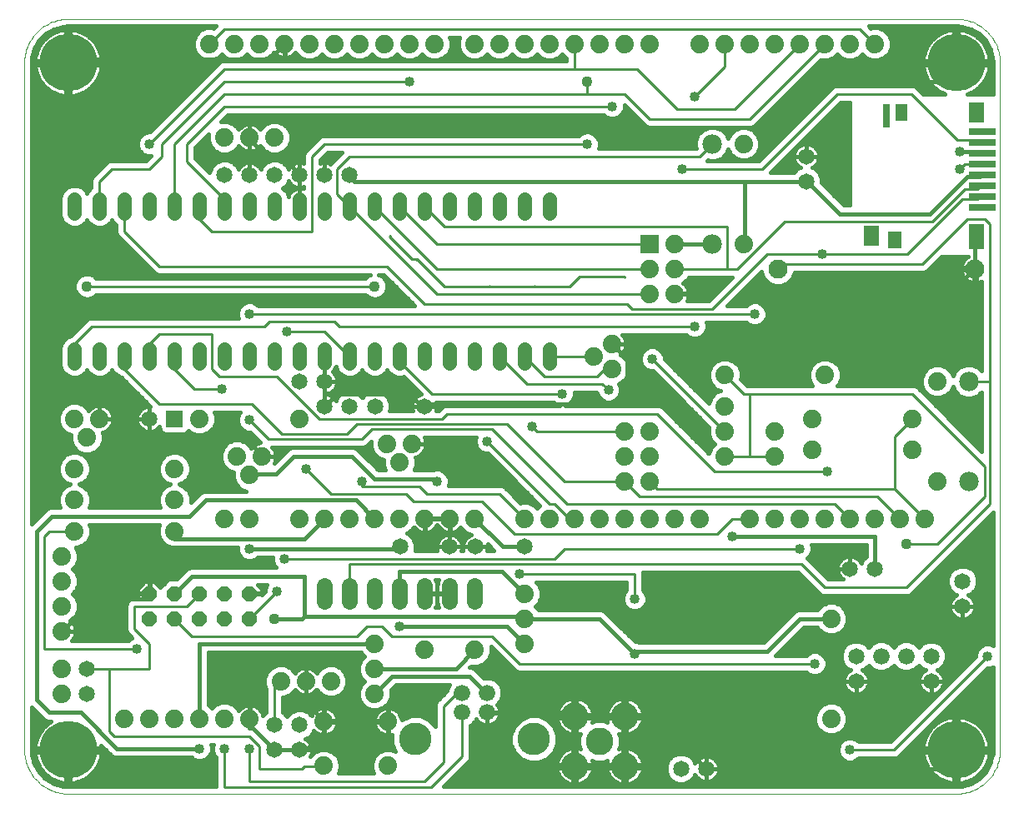
<source format=gbl>
G75*
G70*
%OFA0B0*%
%FSLAX24Y24*%
%IPPOS*%
%LPD*%
%AMOC8*
5,1,8,0,0,1.08239X$1,22.5*
%
%ADD10C,0.0000*%
%ADD11C,0.0560*%
%ADD12C,0.0740*%
%ADD13C,0.0650*%
%ADD14C,0.0660*%
%ADD15C,0.1300*%
%ADD16R,0.0740X0.0740*%
%ADD17C,0.0768*%
%ADD18OC8,0.0600*%
%ADD19C,0.2300*%
%ADD20R,0.0650X0.0650*%
%ADD21C,0.0634*%
%ADD22C,0.0780*%
%ADD23C,0.1100*%
%ADD24R,0.1083X0.0276*%
%ADD25R,0.0591X0.0984*%
%ADD26R,0.0591X0.0827*%
%ADD27R,0.0512X0.0709*%
%ADD28R,0.0315X0.0965*%
%ADD29R,0.0551X0.0709*%
%ADD30R,0.0610X0.0787*%
%ADD31C,0.0100*%
%ADD32C,0.0160*%
%ADD33C,0.0150*%
%ADD34C,0.0400*%
%ADD35C,0.0436*%
D10*
X002430Y001811D02*
X037930Y001811D01*
X038013Y001813D01*
X038096Y001819D01*
X038179Y001829D01*
X038261Y001843D01*
X038343Y001860D01*
X038423Y001882D01*
X038502Y001907D01*
X038580Y001936D01*
X038657Y001969D01*
X038732Y002006D01*
X038805Y002045D01*
X038876Y002089D01*
X038945Y002135D01*
X039012Y002185D01*
X039076Y002238D01*
X039138Y002294D01*
X039197Y002353D01*
X039253Y002415D01*
X039306Y002479D01*
X039356Y002546D01*
X039402Y002615D01*
X039446Y002686D01*
X039485Y002759D01*
X039522Y002834D01*
X039555Y002911D01*
X039584Y002989D01*
X039609Y003068D01*
X039631Y003148D01*
X039648Y003230D01*
X039662Y003312D01*
X039672Y003395D01*
X039678Y003478D01*
X039680Y003561D01*
X039680Y031061D01*
X039678Y031144D01*
X039672Y031227D01*
X039662Y031310D01*
X039648Y031392D01*
X039631Y031474D01*
X039609Y031554D01*
X039584Y031633D01*
X039555Y031711D01*
X039522Y031788D01*
X039485Y031863D01*
X039446Y031936D01*
X039402Y032007D01*
X039356Y032076D01*
X039306Y032143D01*
X039253Y032207D01*
X039197Y032269D01*
X039138Y032328D01*
X039076Y032384D01*
X039012Y032437D01*
X038945Y032487D01*
X038876Y032533D01*
X038805Y032577D01*
X038732Y032616D01*
X038657Y032653D01*
X038580Y032686D01*
X038502Y032715D01*
X038423Y032740D01*
X038343Y032762D01*
X038261Y032779D01*
X038179Y032793D01*
X038096Y032803D01*
X038013Y032809D01*
X037930Y032811D01*
X002430Y032811D01*
X002347Y032809D01*
X002264Y032803D01*
X002181Y032793D01*
X002099Y032779D01*
X002017Y032762D01*
X001937Y032740D01*
X001858Y032715D01*
X001780Y032686D01*
X001703Y032653D01*
X001628Y032616D01*
X001555Y032577D01*
X001484Y032533D01*
X001415Y032487D01*
X001348Y032437D01*
X001284Y032384D01*
X001222Y032328D01*
X001163Y032269D01*
X001107Y032207D01*
X001054Y032143D01*
X001004Y032076D01*
X000958Y032007D01*
X000914Y031936D01*
X000875Y031863D01*
X000838Y031788D01*
X000805Y031711D01*
X000776Y031633D01*
X000751Y031554D01*
X000729Y031474D01*
X000712Y031392D01*
X000698Y031310D01*
X000688Y031227D01*
X000682Y031144D01*
X000680Y031061D01*
X000680Y003561D01*
X000682Y003478D01*
X000688Y003395D01*
X000698Y003312D01*
X000712Y003230D01*
X000729Y003148D01*
X000751Y003068D01*
X000776Y002989D01*
X000805Y002911D01*
X000838Y002834D01*
X000875Y002759D01*
X000914Y002686D01*
X000958Y002615D01*
X001004Y002546D01*
X001054Y002479D01*
X001107Y002415D01*
X001163Y002353D01*
X001222Y002294D01*
X001284Y002238D01*
X001348Y002185D01*
X001415Y002135D01*
X001484Y002089D01*
X001555Y002045D01*
X001628Y002006D01*
X001703Y001969D01*
X001780Y001936D01*
X001858Y001907D01*
X001937Y001882D01*
X002017Y001860D01*
X002099Y001843D01*
X002181Y001829D01*
X002264Y001819D01*
X002347Y001813D01*
X002430Y001811D01*
D11*
X002680Y019031D02*
X002680Y019591D01*
X003680Y019591D02*
X003680Y019031D01*
X004680Y019031D02*
X004680Y019591D01*
X005680Y019591D02*
X005680Y019031D01*
X006680Y019031D02*
X006680Y019591D01*
X007680Y019591D02*
X007680Y019031D01*
X008680Y019031D02*
X008680Y019591D01*
X009680Y019591D02*
X009680Y019031D01*
X010680Y019031D02*
X010680Y019591D01*
X011680Y019591D02*
X011680Y019031D01*
X012680Y019031D02*
X012680Y019591D01*
X013680Y019591D02*
X013680Y019031D01*
X014680Y019031D02*
X014680Y019591D01*
X015680Y019591D02*
X015680Y019031D01*
X016680Y019031D02*
X016680Y019591D01*
X017680Y019591D02*
X017680Y019031D01*
X018680Y019031D02*
X018680Y019591D01*
X019680Y019591D02*
X019680Y019031D01*
X020680Y019031D02*
X020680Y019591D01*
X021680Y019591D02*
X021680Y019031D01*
X021680Y025031D02*
X021680Y025591D01*
X020680Y025591D02*
X020680Y025031D01*
X019680Y025031D02*
X019680Y025591D01*
X018680Y025591D02*
X018680Y025031D01*
X017680Y025031D02*
X017680Y025591D01*
X016680Y025591D02*
X016680Y025031D01*
X015680Y025031D02*
X015680Y025591D01*
X014680Y025591D02*
X014680Y025031D01*
X013680Y025031D02*
X013680Y025591D01*
X012680Y025591D02*
X012680Y025031D01*
X011680Y025031D02*
X011680Y025591D01*
X010680Y025591D02*
X010680Y025031D01*
X009680Y025031D02*
X009680Y025591D01*
X008680Y025591D02*
X008680Y025031D01*
X007680Y025031D02*
X007680Y025591D01*
X006680Y025591D02*
X006680Y025031D01*
X005680Y025031D02*
X005680Y025591D01*
X004680Y025591D02*
X004680Y025031D01*
X003680Y025031D02*
X003680Y025591D01*
X002680Y025591D02*
X002680Y025031D01*
D12*
X008680Y028061D03*
X009680Y028061D03*
X010680Y028061D03*
X011080Y031811D03*
X012080Y031811D03*
X013080Y031811D03*
X014080Y031811D03*
X015080Y031811D03*
X016080Y031811D03*
X017080Y031811D03*
X018680Y031811D03*
X019680Y031811D03*
X020680Y031811D03*
X021680Y031811D03*
X022680Y031811D03*
X023680Y031811D03*
X024680Y031811D03*
X025680Y031811D03*
X027680Y031811D03*
X028680Y031811D03*
X029680Y031811D03*
X030680Y031811D03*
X031680Y031811D03*
X032680Y031811D03*
X033680Y031811D03*
X034680Y031811D03*
X029430Y027811D03*
X029430Y023811D03*
X026680Y023811D03*
X026680Y022811D03*
X026680Y021811D03*
X025680Y021811D03*
X025680Y022811D03*
X024180Y019811D03*
X023430Y019311D03*
X024180Y018811D03*
X024680Y016311D03*
X025680Y016311D03*
X025680Y015311D03*
X024680Y015311D03*
X024680Y014311D03*
X025680Y014311D03*
X025680Y012811D03*
X024680Y012811D03*
X023680Y012811D03*
X022680Y012811D03*
X021680Y012811D03*
X020680Y012811D03*
X018680Y012811D03*
X017680Y012811D03*
X016680Y012811D03*
X015680Y012811D03*
X014680Y012811D03*
X013680Y012811D03*
X012680Y012811D03*
X011680Y012811D03*
X009680Y012811D03*
X008680Y012811D03*
X009680Y014561D03*
X009180Y015311D03*
X010180Y015311D03*
X011680Y016811D03*
X015180Y015811D03*
X016180Y015811D03*
X015680Y015061D03*
X020680Y009811D03*
X020680Y008811D03*
X020680Y007811D03*
X018680Y007561D03*
X016680Y007561D03*
X014680Y007811D03*
X014680Y006811D03*
X014680Y005811D03*
X015210Y004701D03*
X015210Y002921D03*
X012650Y002921D03*
X012650Y004701D03*
X012930Y006311D03*
X011930Y006311D03*
X010930Y006311D03*
X009680Y004811D03*
X008680Y004811D03*
X007680Y004811D03*
X006680Y004811D03*
X005680Y004811D03*
X004680Y004811D03*
X002180Y005811D03*
X002180Y006811D03*
X002180Y008311D03*
X002180Y009311D03*
X002180Y010311D03*
X002180Y011311D03*
X002680Y012311D03*
X002680Y013561D03*
X002680Y014811D03*
X003180Y016061D03*
X002680Y016811D03*
X003680Y016811D03*
X006680Y014811D03*
X006680Y013561D03*
X006680Y012311D03*
X007680Y016811D03*
X008080Y031811D03*
X009080Y031811D03*
X010080Y031811D03*
X028680Y018561D03*
X028680Y017311D03*
X028680Y016311D03*
X028680Y015311D03*
X030680Y015311D03*
X030680Y016311D03*
X032180Y016811D03*
X032180Y015561D03*
X031680Y012811D03*
X030680Y012811D03*
X029680Y012811D03*
X027680Y012811D03*
X026680Y012811D03*
X032680Y012811D03*
X033680Y012811D03*
X034680Y012811D03*
X035680Y012811D03*
X036680Y012811D03*
X037180Y014311D03*
X036180Y015561D03*
X036180Y016811D03*
X037180Y018311D03*
X032680Y018561D03*
X032930Y008811D03*
X032930Y004811D03*
D13*
X033930Y006311D03*
X033930Y007311D03*
X036930Y007311D03*
X036930Y006311D03*
X038180Y009311D03*
X038180Y010311D03*
X034680Y010811D03*
X033680Y010811D03*
X027930Y002811D03*
X026930Y002811D03*
X020664Y011686D03*
X018696Y011686D03*
X017664Y011686D03*
X015696Y011686D03*
X016664Y017311D03*
X014696Y017311D03*
X013680Y017311D03*
X012680Y017311D03*
X012680Y018311D03*
X011680Y018311D03*
X005680Y016811D03*
X008680Y026561D03*
X009680Y026561D03*
X010680Y026561D03*
X011680Y026561D03*
X012680Y026561D03*
X013680Y026561D03*
X031930Y026311D03*
X031930Y027311D03*
X011680Y004561D03*
X010680Y004561D03*
X010680Y003561D03*
X011680Y003561D03*
X003180Y005811D03*
X003180Y006811D03*
D14*
X018188Y005841D03*
X018188Y005061D03*
X019172Y005061D03*
X019172Y005841D03*
X034930Y007311D03*
X035930Y007311D03*
D15*
X021050Y003991D03*
X016310Y003991D03*
D16*
X025680Y023811D03*
D17*
X030806Y022811D03*
X038680Y022811D03*
D18*
X009680Y009811D03*
X008680Y009811D03*
X008680Y008811D03*
X009680Y008811D03*
X007680Y008811D03*
X006680Y008811D03*
X005680Y008811D03*
X005680Y009811D03*
X006680Y009811D03*
X007680Y009811D03*
D19*
X002430Y003561D03*
X002430Y031061D03*
X037930Y031061D03*
X037930Y003561D03*
D20*
X006680Y016811D03*
D21*
X012680Y010128D02*
X012680Y009494D01*
X013680Y009494D02*
X013680Y010128D01*
X014680Y010128D02*
X014680Y009494D01*
X015680Y009494D02*
X015680Y010128D01*
X016680Y010128D02*
X016680Y009494D01*
X017680Y009494D02*
X017680Y010128D01*
X018680Y010128D02*
X018680Y009494D01*
D22*
X028180Y023811D03*
X028180Y027811D03*
X038430Y018311D03*
X038430Y014311D03*
D23*
X024680Y004911D03*
X023680Y003911D03*
X022680Y002911D03*
X024680Y002911D03*
X022680Y004911D03*
D24*
X038971Y025280D03*
X038971Y025713D03*
X038971Y026146D03*
X038971Y026579D03*
X038971Y027012D03*
X038971Y027445D03*
X038971Y027878D03*
X038971Y028311D03*
D25*
X038725Y024118D03*
D26*
X038725Y029059D03*
D27*
X035733Y029079D03*
D28*
X035143Y028951D03*
D29*
X035477Y023981D03*
D30*
X034523Y024138D03*
D31*
X035980Y023411D02*
X032580Y023411D01*
X030380Y023411D01*
X028180Y021211D01*
X024980Y021211D01*
X024780Y021411D01*
X016680Y021411D01*
X015180Y022911D01*
X006080Y022911D01*
X004680Y024311D01*
X004680Y025311D01*
X003680Y025311D02*
X003680Y026311D01*
X004180Y026811D01*
X005680Y026811D01*
X006180Y027311D01*
X006180Y027811D01*
X008680Y030311D01*
X016080Y030311D01*
X012680Y027811D02*
X012180Y027311D01*
X012180Y024311D01*
X008180Y024311D01*
X007680Y024811D01*
X007680Y025311D01*
X006680Y025311D02*
X006680Y027811D01*
X008680Y029811D01*
X023180Y029811D01*
X023180Y030311D01*
X023180Y029811D02*
X024680Y029811D01*
X025680Y028811D01*
X029680Y028811D01*
X032680Y031811D01*
X031680Y031811D02*
X029080Y029211D01*
X026780Y029211D01*
X025180Y030811D01*
X022680Y030811D01*
X022680Y031811D01*
X022680Y030811D02*
X008680Y030811D01*
X005680Y027811D01*
X007180Y027811D02*
X007180Y027111D01*
X008680Y025611D01*
X008680Y025311D01*
X007180Y027811D02*
X008680Y029311D01*
X024180Y029311D01*
X023180Y027811D02*
X012680Y027811D01*
X013180Y026811D02*
X013680Y027311D01*
X027680Y027311D01*
X028180Y027811D01*
X026980Y026811D02*
X030180Y026811D01*
X033180Y029811D01*
X036130Y029811D01*
X037980Y027961D01*
X038780Y027961D01*
X038880Y027911D01*
X038971Y027878D01*
X038971Y027012D02*
X038880Y027011D01*
X038280Y027011D01*
X038080Y026811D01*
X038880Y026111D02*
X038971Y026146D01*
X038880Y026111D02*
X038780Y026011D01*
X038280Y026011D01*
X036980Y024711D01*
X031080Y024711D01*
X029180Y022811D01*
X028780Y022811D01*
X028780Y024511D01*
X017480Y024511D01*
X016680Y025311D01*
X015680Y025311D02*
X017180Y023811D01*
X025680Y023811D01*
X025680Y022811D02*
X017180Y022811D01*
X014680Y025311D01*
X013680Y025311D02*
X013180Y025811D01*
X013180Y026811D01*
X013680Y025311D02*
X017180Y021811D01*
X025680Y021811D01*
X024680Y022481D02*
X024680Y022511D01*
X022880Y022511D01*
X022480Y022111D01*
X021080Y022111D01*
X019280Y022111D01*
X017480Y022111D01*
X016380Y023211D01*
X016180Y023211D01*
X015280Y024111D01*
X015313Y024145D01*
X016347Y023178D02*
X016380Y023211D01*
X017480Y022141D02*
X017480Y022111D01*
X019280Y022111D02*
X019280Y022141D01*
X021080Y022111D02*
X021080Y022141D01*
X022880Y022481D02*
X022880Y022511D01*
X026680Y022811D02*
X028780Y022811D01*
X030806Y022811D02*
X030880Y022811D01*
X031080Y023011D01*
X036580Y023011D01*
X038380Y024811D01*
X039080Y024811D01*
X039280Y024611D01*
X039280Y018311D01*
X038430Y018311D01*
X039280Y018311D02*
X039280Y013411D01*
X035930Y010061D01*
X032680Y010061D01*
X031730Y011011D01*
X013680Y011011D01*
X013680Y009811D01*
X014380Y008511D02*
X014980Y008511D01*
X015380Y008111D01*
X019380Y008111D01*
X020480Y007011D01*
X032280Y007011D01*
X033680Y003561D02*
X035430Y003561D01*
X039180Y007311D01*
X037180Y011811D02*
X035930Y011811D01*
X035680Y012811D02*
X034780Y013711D01*
X025280Y013711D01*
X024680Y014311D01*
X022280Y014311D01*
X019980Y016611D01*
X013980Y016611D01*
X013580Y016211D01*
X010980Y016211D01*
X009780Y017411D01*
X006080Y017411D01*
X004680Y018811D01*
X004680Y019311D01*
X005680Y019311D02*
X005680Y019811D01*
X006080Y020211D01*
X008180Y020211D01*
X008180Y018811D01*
X008480Y018511D01*
X010780Y018511D01*
X012480Y016811D01*
X017380Y016811D01*
X017580Y017011D01*
X025980Y017011D01*
X028280Y014711D01*
X032780Y014711D01*
X033080Y013411D02*
X022380Y013411D01*
X019380Y016411D01*
X014580Y016411D01*
X014180Y016011D01*
X010430Y016011D01*
X009680Y016761D01*
X008580Y018011D02*
X007480Y018011D01*
X006680Y018811D01*
X006680Y019311D01*
X009680Y021011D02*
X029880Y021011D01*
X027480Y020511D02*
X013280Y020511D01*
X013080Y020711D01*
X010480Y020711D01*
X010280Y020511D01*
X003380Y020511D01*
X002680Y019811D01*
X002680Y019311D01*
X003180Y022111D02*
X014680Y022111D01*
X012680Y020311D02*
X013680Y019311D01*
X012680Y020311D02*
X011180Y020311D01*
X015680Y019311D02*
X015680Y019111D01*
X016980Y017811D01*
X022180Y017811D01*
X021480Y018511D02*
X023580Y018511D01*
X023880Y018811D01*
X024180Y018811D01*
X023780Y018211D02*
X020780Y018211D01*
X019680Y019311D01*
X020680Y019311D02*
X021480Y018511D01*
X021680Y019311D02*
X023430Y019311D01*
X023780Y018211D02*
X024030Y017961D01*
X024680Y016311D02*
X021180Y016311D01*
X020980Y016511D01*
X019180Y015911D02*
X021680Y013411D01*
X021880Y013411D01*
X022480Y012811D01*
X022680Y012811D01*
X022280Y011611D02*
X031680Y011611D01*
X033080Y013411D02*
X033680Y012811D01*
X035480Y014011D02*
X035480Y016111D01*
X036180Y016811D01*
X036180Y017811D02*
X029680Y017811D01*
X029680Y015311D01*
X028680Y015311D01*
X029680Y015311D02*
X030680Y015311D01*
X028680Y016311D02*
X025780Y019211D01*
X028680Y018561D02*
X029430Y017811D01*
X029680Y017811D01*
X025980Y014011D02*
X025680Y014311D01*
X025980Y014011D02*
X035480Y014011D01*
X036680Y012811D01*
X037180Y011811D02*
X039080Y013711D01*
X039080Y014911D01*
X036180Y017811D01*
X035980Y023411D02*
X038180Y025611D01*
X038780Y025611D01*
X038880Y025711D01*
X038971Y025713D01*
X034680Y031811D02*
X034080Y032411D01*
X008680Y032411D01*
X008080Y031811D01*
X027480Y029711D02*
X028680Y030911D01*
X028680Y031811D01*
X011930Y014811D02*
X012930Y013811D01*
X015930Y013811D01*
X016230Y013511D01*
X018980Y013511D01*
X020280Y012211D01*
X028380Y012211D01*
X028980Y012811D01*
X029680Y012811D01*
X025080Y010611D02*
X025080Y009611D01*
X025080Y010611D02*
X020480Y010611D01*
X021880Y011211D02*
X011080Y011211D01*
X010780Y009911D02*
X009680Y008811D01*
X007680Y009811D02*
X007180Y009311D01*
X005080Y009311D01*
X005080Y008411D01*
X005680Y007811D01*
X005680Y006811D01*
X004080Y006811D01*
X003180Y006811D01*
X004080Y006811D02*
X004080Y004311D01*
X004280Y004111D01*
X009680Y004111D01*
X010080Y003711D01*
X010080Y002811D01*
X011780Y002811D01*
X011880Y002911D01*
X012650Y002921D01*
X010680Y004561D02*
X010680Y006061D01*
X010930Y006311D01*
X009680Y003611D02*
X009680Y002311D01*
X016680Y002311D01*
X017430Y003061D01*
X017430Y005311D01*
X017960Y005841D01*
X018188Y005841D01*
X018188Y005061D02*
X018180Y005053D01*
X018180Y003311D01*
X016930Y002061D01*
X008680Y002061D01*
X008680Y003611D01*
X005180Y007611D02*
X001480Y007611D01*
X001480Y012111D01*
X001680Y012311D01*
X002680Y012311D01*
X006680Y008811D02*
X007380Y008111D01*
X013980Y008111D01*
X014380Y008511D01*
X019680Y013811D02*
X020680Y012811D01*
X019680Y013811D02*
X016780Y013811D01*
X016480Y014111D01*
X014180Y014111D01*
X014180Y014311D01*
X021880Y011211D02*
X022280Y011611D01*
D32*
X021129Y010281D02*
X024750Y010281D01*
X024750Y009960D01*
X024673Y009883D01*
X024600Y009707D01*
X024600Y009516D01*
X024673Y009339D01*
X024808Y009204D01*
X024985Y009131D01*
X025175Y009131D01*
X025352Y009204D01*
X025487Y009339D01*
X025560Y009516D01*
X025560Y009707D01*
X025487Y009883D01*
X025410Y009960D01*
X025410Y010677D01*
X025408Y010681D01*
X031593Y010681D01*
X032400Y009874D01*
X032493Y009781D01*
X032614Y009731D01*
X035996Y009731D01*
X036117Y009781D01*
X036210Y009874D01*
X039400Y013065D01*
X039400Y007740D01*
X039275Y007791D01*
X039085Y007791D01*
X038908Y007718D01*
X038773Y007583D01*
X038700Y007407D01*
X038700Y007298D01*
X035293Y003891D01*
X034029Y003891D01*
X033952Y003968D01*
X033775Y004041D01*
X033585Y004041D01*
X033408Y003968D01*
X033273Y003833D01*
X033200Y003657D01*
X033200Y003466D01*
X033273Y003289D01*
X033408Y003154D01*
X033585Y003081D01*
X033775Y003081D01*
X033952Y003154D01*
X034029Y003231D01*
X035496Y003231D01*
X035617Y003281D01*
X035710Y003374D01*
X039167Y006831D01*
X039275Y006831D01*
X039400Y006883D01*
X039400Y003561D01*
X039387Y003369D01*
X039288Y002999D01*
X039096Y002666D01*
X038825Y002395D01*
X038493Y002203D01*
X038122Y002104D01*
X037930Y002091D01*
X017427Y002091D01*
X018460Y003124D01*
X018510Y003246D01*
X018510Y004534D01*
X018533Y004544D01*
X018705Y004716D01*
X018737Y004793D01*
X018783Y004729D01*
X018840Y004672D01*
X018905Y004625D01*
X018976Y004589D01*
X019053Y004564D01*
X019132Y004551D01*
X019162Y004551D01*
X019162Y005051D01*
X019182Y005051D01*
X019182Y004551D01*
X019212Y004551D01*
X019292Y004564D01*
X019368Y004589D01*
X019439Y004625D01*
X019504Y004672D01*
X019561Y004729D01*
X019608Y004794D01*
X019645Y004865D01*
X019670Y004942D01*
X019682Y005021D01*
X019682Y005051D01*
X019182Y005051D01*
X019182Y005071D01*
X019682Y005071D01*
X019682Y005101D01*
X019670Y005181D01*
X019645Y005257D01*
X019608Y005329D01*
X019572Y005378D01*
X019689Y005496D01*
X019782Y005720D01*
X019782Y005963D01*
X019689Y006187D01*
X019518Y006358D01*
X019293Y006451D01*
X019051Y006451D01*
X019045Y006449D01*
X018681Y006812D01*
X018551Y006866D01*
X018487Y006866D01*
X018538Y006917D01*
X018551Y006911D01*
X018809Y006911D01*
X019048Y007010D01*
X019231Y007193D01*
X019330Y007432D01*
X019330Y007691D01*
X019327Y007697D01*
X020293Y006731D01*
X020414Y006681D01*
X031931Y006681D01*
X032008Y006604D01*
X032185Y006531D01*
X032375Y006531D01*
X032552Y006604D01*
X032687Y006739D01*
X032760Y006916D01*
X032760Y007107D01*
X032687Y007283D01*
X032552Y007418D01*
X032375Y007491D01*
X032185Y007491D01*
X032008Y007418D01*
X031931Y007341D01*
X030712Y007341D01*
X031827Y008456D01*
X032373Y008456D01*
X032379Y008443D01*
X032562Y008260D01*
X032801Y008161D01*
X033059Y008161D01*
X033298Y008260D01*
X033481Y008443D01*
X033580Y008682D01*
X033580Y008941D01*
X033481Y009179D01*
X033298Y009362D01*
X033059Y009461D01*
X032801Y009461D01*
X032562Y009362D01*
X032379Y009179D01*
X032373Y009166D01*
X031609Y009166D01*
X031479Y009112D01*
X031379Y009012D01*
X030233Y007866D01*
X025236Y007866D01*
X025175Y007891D01*
X025102Y007891D01*
X023981Y009012D01*
X023981Y009012D01*
X023881Y009112D01*
X023751Y009166D01*
X021237Y009166D01*
X021231Y009179D01*
X021099Y009311D01*
X021231Y009443D01*
X021330Y009682D01*
X021330Y009941D01*
X021231Y010179D01*
X021129Y010281D01*
X021199Y010212D02*
X024750Y010212D01*
X024750Y010053D02*
X021283Y010053D01*
X021330Y009895D02*
X024685Y009895D01*
X024612Y009736D02*
X021330Y009736D01*
X021287Y009578D02*
X024600Y009578D01*
X024640Y009419D02*
X021207Y009419D01*
X021150Y009261D02*
X024752Y009261D01*
X024208Y008785D02*
X031152Y008785D01*
X030993Y008627D02*
X024367Y008627D01*
X024525Y008468D02*
X030835Y008468D01*
X030676Y008310D02*
X024684Y008310D01*
X024842Y008151D02*
X030518Y008151D01*
X030359Y007993D02*
X025001Y007993D01*
X024050Y008944D02*
X031310Y008944D01*
X031469Y009102D02*
X023891Y009102D01*
X025408Y009261D02*
X032460Y009261D01*
X032699Y009419D02*
X025520Y009419D01*
X025560Y009578D02*
X037749Y009578D01*
X037748Y009576D02*
X037712Y009505D01*
X037687Y009430D01*
X037675Y009351D01*
X037675Y009311D01*
X037675Y009272D01*
X037687Y009193D01*
X037712Y009117D01*
X037748Y009047D01*
X037795Y008982D01*
X037851Y008926D01*
X037915Y008879D01*
X037986Y008843D01*
X038062Y008819D01*
X038140Y008806D01*
X038180Y008806D01*
X038220Y008806D01*
X038298Y008819D01*
X038374Y008843D01*
X038445Y008879D01*
X038509Y008926D01*
X038565Y008982D01*
X038612Y009047D01*
X038648Y009117D01*
X038673Y009193D01*
X038685Y009272D01*
X038685Y009311D01*
X038180Y009311D01*
X038180Y008806D01*
X038180Y009311D01*
X038180Y009311D01*
X037675Y009311D01*
X038180Y009311D01*
X038180Y009311D01*
X038180Y009311D01*
X038685Y009311D01*
X038685Y009351D01*
X038673Y009430D01*
X038648Y009505D01*
X038612Y009576D01*
X038565Y009640D01*
X038509Y009696D01*
X038445Y009743D01*
X038420Y009756D01*
X038523Y009798D01*
X038693Y009969D01*
X038785Y010191D01*
X038785Y010432D01*
X038693Y010654D01*
X038523Y010824D01*
X038300Y010916D01*
X038060Y010916D01*
X037837Y010824D01*
X037667Y010654D01*
X037575Y010432D01*
X037575Y010191D01*
X037667Y009969D01*
X037837Y009798D01*
X037940Y009756D01*
X037915Y009743D01*
X037851Y009696D01*
X037795Y009640D01*
X037748Y009576D01*
X037686Y009419D02*
X033161Y009419D01*
X033400Y009261D02*
X037677Y009261D01*
X037720Y009102D02*
X033513Y009102D01*
X033579Y008944D02*
X037833Y008944D01*
X038180Y008944D02*
X038180Y008944D01*
X038180Y009102D02*
X038180Y009102D01*
X038180Y009261D02*
X038180Y009261D01*
X038527Y008944D02*
X039400Y008944D01*
X039400Y009102D02*
X038640Y009102D01*
X038683Y009261D02*
X039400Y009261D01*
X039400Y009419D02*
X038674Y009419D01*
X038611Y009578D02*
X039400Y009578D01*
X039400Y009736D02*
X038454Y009736D01*
X038619Y009895D02*
X039400Y009895D01*
X039400Y010053D02*
X038728Y010053D01*
X038785Y010212D02*
X039400Y010212D01*
X039400Y010370D02*
X038785Y010370D01*
X038745Y010529D02*
X039400Y010529D01*
X039400Y010687D02*
X038660Y010687D01*
X038471Y010846D02*
X039400Y010846D01*
X039400Y011004D02*
X037340Y011004D01*
X037498Y011163D02*
X039400Y011163D01*
X039400Y011321D02*
X037657Y011321D01*
X037815Y011480D02*
X039400Y011480D01*
X039400Y011638D02*
X037974Y011638D01*
X038132Y011797D02*
X039400Y011797D01*
X039400Y011955D02*
X038291Y011955D01*
X038449Y012114D02*
X039400Y012114D01*
X039400Y012272D02*
X038608Y012272D01*
X038766Y012431D02*
X039400Y012431D01*
X039400Y012589D02*
X038925Y012589D01*
X039083Y012748D02*
X039400Y012748D01*
X039400Y012906D02*
X039242Y012906D01*
X037889Y010846D02*
X037181Y010846D01*
X037023Y010687D02*
X037700Y010687D01*
X037615Y010529D02*
X036864Y010529D01*
X036706Y010370D02*
X037575Y010370D01*
X037575Y010212D02*
X036547Y010212D01*
X036389Y010053D02*
X037632Y010053D01*
X037741Y009895D02*
X036230Y009895D01*
X036008Y009736D02*
X037906Y009736D01*
X039400Y008785D02*
X033580Y008785D01*
X033557Y008627D02*
X039400Y008627D01*
X039400Y008468D02*
X033491Y008468D01*
X033348Y008310D02*
X039400Y008310D01*
X039400Y008151D02*
X031522Y008151D01*
X031364Y007993D02*
X039400Y007993D01*
X039400Y007834D02*
X037248Y007834D01*
X037273Y007824D02*
X037050Y007916D01*
X036810Y007916D01*
X036587Y007824D01*
X036434Y007670D01*
X036276Y007828D01*
X036051Y007921D01*
X035809Y007921D01*
X035584Y007828D01*
X035430Y007674D01*
X035276Y007828D01*
X035051Y007921D01*
X034809Y007921D01*
X034584Y007828D01*
X034426Y007670D01*
X034273Y007824D01*
X034050Y007916D01*
X033810Y007916D01*
X033587Y007824D01*
X033417Y007654D01*
X033325Y007432D01*
X033325Y007191D01*
X033417Y006969D01*
X033587Y006798D01*
X033690Y006756D01*
X033665Y006743D01*
X033601Y006696D01*
X033545Y006640D01*
X033498Y006576D01*
X033462Y006505D01*
X033437Y006430D01*
X033425Y006351D01*
X033425Y006311D01*
X033425Y006272D01*
X033437Y006193D01*
X033462Y006117D01*
X033498Y006047D01*
X033545Y005982D01*
X033601Y005926D01*
X033665Y005879D01*
X033736Y005843D01*
X033812Y005819D01*
X033890Y005806D01*
X033930Y005806D01*
X033970Y005806D01*
X034048Y005819D01*
X034124Y005843D01*
X034195Y005879D01*
X034259Y005926D01*
X034315Y005982D01*
X034362Y006047D01*
X034398Y006117D01*
X034423Y006193D01*
X034435Y006272D01*
X034435Y006311D01*
X033930Y006311D01*
X033930Y005806D01*
X033930Y006311D01*
X033930Y006311D01*
X033425Y006311D01*
X033930Y006311D01*
X033930Y006311D01*
X033930Y006311D01*
X034435Y006311D01*
X034435Y006351D01*
X034423Y006430D01*
X034398Y006505D01*
X034362Y006576D01*
X034315Y006640D01*
X034259Y006696D01*
X034195Y006743D01*
X034170Y006756D01*
X034273Y006798D01*
X034426Y006952D01*
X034584Y006794D01*
X034809Y006701D01*
X035051Y006701D01*
X035276Y006794D01*
X035430Y006949D01*
X035584Y006794D01*
X035809Y006701D01*
X036051Y006701D01*
X036276Y006794D01*
X036434Y006952D01*
X036587Y006798D01*
X036690Y006756D01*
X036665Y006743D01*
X036601Y006696D01*
X036545Y006640D01*
X036498Y006576D01*
X036462Y006505D01*
X036437Y006430D01*
X036425Y006351D01*
X036425Y006311D01*
X036425Y006272D01*
X036437Y006193D01*
X036462Y006117D01*
X036498Y006047D01*
X036545Y005982D01*
X036601Y005926D01*
X036665Y005879D01*
X036736Y005843D01*
X036812Y005819D01*
X036890Y005806D01*
X036930Y005806D01*
X036970Y005806D01*
X037048Y005819D01*
X037124Y005843D01*
X037195Y005879D01*
X037259Y005926D01*
X037315Y005982D01*
X037362Y006047D01*
X037398Y006117D01*
X037423Y006193D01*
X037435Y006272D01*
X037435Y006311D01*
X036930Y006311D01*
X036930Y005806D01*
X036930Y006311D01*
X036930Y006311D01*
X036930Y006311D01*
X036425Y006311D01*
X036930Y006311D01*
X036930Y006311D01*
X037435Y006311D01*
X037435Y006351D01*
X037423Y006430D01*
X037398Y006505D01*
X037362Y006576D01*
X037315Y006640D01*
X037259Y006696D01*
X037195Y006743D01*
X037170Y006756D01*
X037273Y006798D01*
X037443Y006969D01*
X037535Y007191D01*
X037535Y007432D01*
X037443Y007654D01*
X037273Y007824D01*
X037421Y007676D02*
X038866Y007676D01*
X038746Y007517D02*
X037500Y007517D01*
X037535Y007359D02*
X038700Y007359D01*
X038602Y007200D02*
X037535Y007200D01*
X037473Y007042D02*
X038444Y007042D01*
X038285Y006883D02*
X037358Y006883D01*
X037220Y006725D02*
X038127Y006725D01*
X037968Y006566D02*
X037367Y006566D01*
X037426Y006408D02*
X037810Y006408D01*
X037651Y006249D02*
X037431Y006249D01*
X037384Y006091D02*
X037493Y006091D01*
X037334Y005932D02*
X037265Y005932D01*
X037176Y005774D02*
X019782Y005774D01*
X019782Y005932D02*
X033595Y005932D01*
X033476Y006091D02*
X019729Y006091D01*
X019627Y006249D02*
X033429Y006249D01*
X033434Y006408D02*
X019398Y006408D01*
X018927Y006566D02*
X032100Y006566D01*
X032460Y006566D02*
X033493Y006566D01*
X033640Y006725D02*
X032672Y006725D01*
X032747Y006883D02*
X033502Y006883D01*
X033387Y007042D02*
X032760Y007042D01*
X032721Y007200D02*
X033325Y007200D01*
X033325Y007359D02*
X032611Y007359D01*
X031949Y007359D02*
X030730Y007359D01*
X030888Y007517D02*
X033360Y007517D01*
X033439Y007676D02*
X031047Y007676D01*
X031205Y007834D02*
X033612Y007834D01*
X034248Y007834D02*
X034599Y007834D01*
X034432Y007676D02*
X034421Y007676D01*
X034358Y006883D02*
X034495Y006883D01*
X034752Y006725D02*
X034220Y006725D01*
X034367Y006566D02*
X036493Y006566D01*
X036434Y006408D02*
X034426Y006408D01*
X034431Y006249D02*
X036429Y006249D01*
X036476Y006091D02*
X034384Y006091D01*
X034265Y005932D02*
X036595Y005932D01*
X036930Y005932D02*
X036930Y005932D01*
X036930Y006091D02*
X036930Y006091D01*
X036930Y006249D02*
X036930Y006249D01*
X036640Y006725D02*
X036108Y006725D01*
X036365Y006883D02*
X036502Y006883D01*
X035752Y006725D02*
X035108Y006725D01*
X035365Y006883D02*
X035495Y006883D01*
X035428Y007676D02*
X035432Y007676D01*
X035599Y007834D02*
X035261Y007834D01*
X036261Y007834D02*
X036612Y007834D01*
X036439Y007676D02*
X036428Y007676D01*
X038268Y005932D02*
X039400Y005932D01*
X039400Y005774D02*
X038109Y005774D01*
X037951Y005615D02*
X039400Y005615D01*
X039400Y005457D02*
X037792Y005457D01*
X037634Y005298D02*
X039400Y005298D01*
X039400Y005140D02*
X037475Y005140D01*
X037317Y004981D02*
X039400Y004981D01*
X039400Y004823D02*
X038353Y004823D01*
X038379Y004815D02*
X038254Y004853D01*
X038125Y004878D01*
X038010Y004890D01*
X038010Y003641D01*
X039259Y003641D01*
X039247Y003757D01*
X039222Y003885D01*
X039184Y004010D01*
X039134Y004131D01*
X039072Y004246D01*
X039000Y004354D01*
X038917Y004456D01*
X038824Y004548D01*
X038723Y004631D01*
X038615Y004703D01*
X038499Y004765D01*
X038379Y004815D01*
X038673Y004664D02*
X039400Y004664D01*
X039400Y004506D02*
X038866Y004506D01*
X039004Y004347D02*
X039400Y004347D01*
X039400Y004189D02*
X039103Y004189D01*
X039175Y004030D02*
X039400Y004030D01*
X039400Y003872D02*
X039224Y003872D01*
X039251Y003713D02*
X039400Y003713D01*
X039400Y003555D02*
X038010Y003555D01*
X038010Y003481D02*
X038010Y003641D01*
X037850Y003641D01*
X037850Y003481D01*
X038010Y003481D01*
X038010Y002233D01*
X038125Y002244D01*
X038254Y002270D01*
X038379Y002307D01*
X038499Y002358D01*
X038615Y002419D01*
X038723Y002492D01*
X038824Y002575D01*
X038917Y002667D01*
X039000Y002768D01*
X039072Y002877D01*
X039134Y002992D01*
X039184Y003113D01*
X039222Y003238D01*
X039352Y003238D01*
X039222Y003238D02*
X039247Y003366D01*
X039259Y003481D01*
X038010Y003481D01*
X038010Y003396D02*
X037850Y003396D01*
X037850Y003481D02*
X037850Y002233D01*
X037735Y002244D01*
X037606Y002270D01*
X037481Y002307D01*
X037361Y002358D01*
X037245Y002419D01*
X037137Y002492D01*
X037036Y002575D01*
X036943Y002667D01*
X036860Y002768D01*
X036788Y002877D01*
X036726Y002992D01*
X036676Y003113D01*
X036638Y003238D01*
X035511Y003238D01*
X035732Y003396D02*
X036610Y003396D01*
X036613Y003366D02*
X036638Y003238D01*
X036613Y003366D02*
X036601Y003481D01*
X037850Y003481D01*
X037850Y003555D02*
X035890Y003555D01*
X036049Y003713D02*
X036609Y003713D01*
X036613Y003757D02*
X036601Y003641D01*
X037850Y003641D01*
X037850Y004890D01*
X037735Y004878D01*
X037606Y004853D01*
X037481Y004815D01*
X037361Y004765D01*
X037245Y004703D01*
X037137Y004631D01*
X037036Y004548D01*
X036943Y004456D01*
X036860Y004354D01*
X036788Y004246D01*
X036726Y004131D01*
X036676Y004010D01*
X036638Y003885D01*
X036613Y003757D01*
X036636Y003872D02*
X036207Y003872D01*
X036366Y004030D02*
X036685Y004030D01*
X036757Y004189D02*
X036524Y004189D01*
X036683Y004347D02*
X036856Y004347D01*
X036841Y004506D02*
X036994Y004506D01*
X037000Y004664D02*
X037187Y004664D01*
X037158Y004823D02*
X037507Y004823D01*
X037850Y004823D02*
X038010Y004823D01*
X038010Y004664D02*
X037850Y004664D01*
X037850Y004506D02*
X038010Y004506D01*
X038010Y004347D02*
X037850Y004347D01*
X037850Y004189D02*
X038010Y004189D01*
X038010Y004030D02*
X037850Y004030D01*
X037850Y003872D02*
X038010Y003872D01*
X038010Y003713D02*
X037850Y003713D01*
X037850Y003238D02*
X038010Y003238D01*
X038010Y003079D02*
X037850Y003079D01*
X037850Y002921D02*
X038010Y002921D01*
X038010Y002762D02*
X037850Y002762D01*
X037850Y002604D02*
X038010Y002604D01*
X038010Y002445D02*
X037850Y002445D01*
X037850Y002287D02*
X038010Y002287D01*
X038213Y002128D02*
X017464Y002128D01*
X017622Y002287D02*
X022302Y002287D01*
X022274Y002303D02*
X022356Y002255D01*
X022445Y002219D01*
X022537Y002194D01*
X022607Y002185D01*
X022607Y002839D01*
X021953Y002839D01*
X021962Y002769D01*
X021987Y002676D01*
X022024Y002588D01*
X022072Y002505D01*
X022130Y002429D01*
X022198Y002361D01*
X022274Y002303D01*
X022117Y002445D02*
X017781Y002445D01*
X017939Y002604D02*
X022017Y002604D01*
X021964Y002762D02*
X018098Y002762D01*
X018256Y002921D02*
X022607Y002921D01*
X022607Y002984D02*
X022607Y002839D01*
X022753Y002839D01*
X022753Y002984D01*
X023407Y002984D01*
X023398Y003054D01*
X023375Y003139D01*
X023515Y003081D01*
X023845Y003081D01*
X023985Y003139D01*
X023962Y003054D01*
X023953Y002984D01*
X024607Y002984D01*
X024607Y002839D01*
X023953Y002839D01*
X023962Y002769D01*
X023987Y002676D01*
X024024Y002588D01*
X024072Y002505D01*
X024130Y002429D01*
X024198Y002361D01*
X024274Y002303D01*
X024356Y002255D01*
X024445Y002219D01*
X024537Y002194D01*
X024607Y002185D01*
X024607Y002839D01*
X024753Y002839D01*
X024753Y002984D01*
X025407Y002984D01*
X025398Y003054D01*
X025373Y003146D01*
X025336Y003235D01*
X025288Y003318D01*
X025230Y003394D01*
X025162Y003461D01*
X025086Y003520D01*
X025004Y003567D01*
X024915Y003604D01*
X024823Y003629D01*
X024753Y003638D01*
X024753Y002984D01*
X024607Y002984D01*
X024607Y003638D01*
X024537Y003629D01*
X024452Y003606D01*
X024510Y003746D01*
X024510Y004076D01*
X024452Y004217D01*
X024537Y004194D01*
X024607Y004185D01*
X024607Y004839D01*
X023953Y004839D01*
X023962Y004769D01*
X023985Y004683D01*
X023845Y004741D01*
X023515Y004741D01*
X023375Y004683D01*
X023398Y004769D01*
X023407Y004839D01*
X022753Y004839D01*
X022753Y004984D01*
X023407Y004984D01*
X023398Y005054D01*
X023373Y005146D01*
X023336Y005235D01*
X023288Y005318D01*
X023230Y005394D01*
X023162Y005461D01*
X023086Y005520D01*
X023004Y005567D01*
X022915Y005604D01*
X022823Y005629D01*
X022753Y005638D01*
X022753Y004984D01*
X022607Y004984D01*
X022607Y004839D01*
X021953Y004839D01*
X021962Y004769D01*
X021987Y004676D01*
X022024Y004588D01*
X022072Y004505D01*
X022130Y004429D01*
X022198Y004361D01*
X022274Y004303D01*
X022356Y004255D01*
X022445Y004219D01*
X022537Y004194D01*
X022607Y004185D01*
X022607Y004839D01*
X022753Y004839D01*
X022753Y004185D01*
X022823Y004194D01*
X022908Y004217D01*
X022850Y004076D01*
X022850Y003746D01*
X022908Y003606D01*
X022823Y003629D01*
X022753Y003638D01*
X022753Y002984D01*
X022607Y002984D01*
X021953Y002984D01*
X021962Y003054D01*
X021987Y003146D01*
X022024Y003235D01*
X022072Y003318D01*
X022130Y003394D01*
X022198Y003461D01*
X022274Y003520D01*
X022356Y003567D01*
X022445Y003604D01*
X022537Y003629D01*
X022607Y003638D01*
X022607Y002984D01*
X022607Y003079D02*
X022753Y003079D01*
X022753Y002921D02*
X024607Y002921D01*
X024680Y002911D02*
X022680Y002911D01*
X022680Y004911D01*
X024680Y004911D01*
X024753Y004981D02*
X032297Y004981D01*
X032280Y004941D02*
X032280Y004682D01*
X032379Y004443D01*
X032562Y004260D01*
X032801Y004161D01*
X033059Y004161D01*
X033298Y004260D01*
X033481Y004443D01*
X033580Y004682D01*
X033580Y004941D01*
X033481Y005179D01*
X033298Y005362D01*
X033059Y005461D01*
X032801Y005461D01*
X032562Y005362D01*
X032379Y005179D01*
X032280Y004941D01*
X032280Y004823D02*
X025405Y004823D01*
X025407Y004839D02*
X024753Y004839D01*
X024753Y004984D01*
X025407Y004984D01*
X025398Y005054D01*
X025373Y005146D01*
X025336Y005235D01*
X025288Y005318D01*
X025230Y005394D01*
X025162Y005461D01*
X025086Y005520D01*
X025004Y005567D01*
X024915Y005604D01*
X024823Y005629D01*
X024753Y005638D01*
X024753Y004984D01*
X024607Y004984D01*
X024607Y004839D01*
X024753Y004839D01*
X024753Y004185D01*
X024823Y004194D01*
X024915Y004219D01*
X025004Y004255D01*
X025086Y004303D01*
X025162Y004361D01*
X025230Y004429D01*
X025288Y004505D01*
X025336Y004588D01*
X025373Y004676D01*
X025398Y004769D01*
X025407Y004839D01*
X025368Y004664D02*
X032287Y004664D01*
X032353Y004506D02*
X025289Y004506D01*
X025144Y004347D02*
X032475Y004347D01*
X032734Y004189D02*
X024785Y004189D01*
X024753Y004189D02*
X024607Y004189D01*
X024575Y004189D02*
X024463Y004189D01*
X024510Y004030D02*
X033558Y004030D01*
X033802Y004030D02*
X035432Y004030D01*
X035591Y004189D02*
X033126Y004189D01*
X033385Y004347D02*
X035749Y004347D01*
X035908Y004506D02*
X033507Y004506D01*
X033573Y004664D02*
X036066Y004664D01*
X036225Y004823D02*
X033580Y004823D01*
X033563Y004981D02*
X036383Y004981D01*
X036542Y005140D02*
X033497Y005140D01*
X033362Y005298D02*
X036700Y005298D01*
X036859Y005457D02*
X033070Y005457D01*
X032790Y005457D02*
X025167Y005457D01*
X025299Y005298D02*
X032498Y005298D01*
X032363Y005140D02*
X025375Y005140D01*
X024753Y005140D02*
X024607Y005140D01*
X024607Y004984D02*
X024607Y005638D01*
X024537Y005629D01*
X024445Y005604D01*
X024356Y005567D01*
X024274Y005520D01*
X024198Y005461D01*
X024130Y005394D01*
X024072Y005318D01*
X024024Y005235D01*
X023987Y005146D01*
X023962Y005054D01*
X023953Y004984D01*
X024607Y004984D01*
X024607Y004981D02*
X022753Y004981D01*
X022607Y004981D02*
X019676Y004981D01*
X019676Y005140D02*
X021985Y005140D01*
X021987Y005146D02*
X021962Y005054D01*
X021953Y004984D01*
X022607Y004984D01*
X022607Y005638D01*
X022537Y005629D01*
X022445Y005604D01*
X022356Y005567D01*
X022274Y005520D01*
X022198Y005461D01*
X022130Y005394D01*
X022072Y005318D01*
X022024Y005235D01*
X021987Y005146D01*
X022061Y005298D02*
X019624Y005298D01*
X019650Y005457D02*
X022193Y005457D01*
X022487Y005615D02*
X019739Y005615D01*
X019623Y004823D02*
X020627Y004823D01*
X020523Y004780D02*
X020262Y004518D01*
X020120Y004176D01*
X020120Y003806D01*
X020262Y003464D01*
X020523Y003203D01*
X020865Y003061D01*
X021235Y003061D01*
X021577Y003203D01*
X021838Y003464D01*
X021980Y003806D01*
X021980Y004176D01*
X021838Y004518D01*
X021577Y004780D01*
X021235Y004921D01*
X020865Y004921D01*
X020523Y004780D01*
X020408Y004664D02*
X019493Y004664D01*
X019182Y004664D02*
X019162Y004664D01*
X019162Y004823D02*
X019182Y004823D01*
X019182Y004981D02*
X019162Y004981D01*
X018851Y004664D02*
X018654Y004664D01*
X018510Y004506D02*
X020256Y004506D01*
X020191Y004347D02*
X018510Y004347D01*
X018510Y004189D02*
X020125Y004189D01*
X020120Y004030D02*
X018510Y004030D01*
X018510Y003872D02*
X020120Y003872D01*
X020159Y003713D02*
X018510Y003713D01*
X018510Y003555D02*
X020224Y003555D01*
X020330Y003396D02*
X018510Y003396D01*
X018507Y003238D02*
X020488Y003238D01*
X020822Y003079D02*
X018415Y003079D01*
X017100Y004514D02*
X017098Y004518D01*
X016837Y004780D01*
X016495Y004921D01*
X016125Y004921D01*
X015783Y004780D01*
X015758Y004755D01*
X015746Y004830D01*
X015720Y004912D01*
X015680Y004990D01*
X015630Y005060D01*
X015568Y005121D01*
X015498Y005172D01*
X015421Y005211D01*
X015339Y005238D01*
X015253Y005251D01*
X015230Y005251D01*
X015230Y004721D01*
X015190Y004721D01*
X015190Y004681D01*
X015230Y004681D01*
X015230Y004151D01*
X015253Y004151D01*
X015339Y004165D01*
X015381Y004178D01*
X015380Y004176D01*
X015380Y003806D01*
X015506Y003502D01*
X015339Y003571D01*
X015081Y003571D01*
X014842Y003472D01*
X014659Y003289D01*
X014560Y003051D01*
X014560Y002792D01*
X014622Y002641D01*
X013238Y002641D01*
X013300Y002792D01*
X013300Y003051D01*
X013201Y003289D01*
X013018Y003472D01*
X012779Y003571D01*
X012521Y003571D01*
X012282Y003472D01*
X012118Y003308D01*
X012148Y003367D01*
X012173Y003443D01*
X012185Y003522D01*
X012185Y003561D01*
X011680Y003561D01*
X011175Y003561D01*
X010680Y003561D01*
X010680Y003561D01*
X011680Y003561D01*
X011680Y003561D01*
X011680Y003561D01*
X012185Y003561D01*
X012185Y003601D01*
X012173Y003680D01*
X012148Y003755D01*
X012112Y003826D01*
X012065Y003890D01*
X012009Y003946D01*
X011945Y003993D01*
X011920Y004006D01*
X012023Y004048D01*
X012193Y004219D01*
X012240Y004333D01*
X012292Y004282D01*
X012362Y004231D01*
X012439Y004192D01*
X012521Y004165D01*
X012607Y004151D01*
X012630Y004151D01*
X012630Y004681D01*
X012670Y004681D01*
X012670Y004151D01*
X012693Y004151D01*
X012779Y004165D01*
X012861Y004192D01*
X012938Y004231D01*
X013008Y004282D01*
X013070Y004343D01*
X013120Y004413D01*
X013160Y004490D01*
X013186Y004572D01*
X013200Y004658D01*
X013200Y004681D01*
X012670Y004681D01*
X012670Y004721D01*
X013200Y004721D01*
X013200Y004745D01*
X013186Y004830D01*
X013160Y004912D01*
X013120Y004990D01*
X013070Y005060D01*
X013008Y005121D01*
X012938Y005172D01*
X012861Y005211D01*
X012779Y005238D01*
X012693Y005251D01*
X012670Y005251D01*
X012670Y004721D01*
X012630Y004721D01*
X012630Y005251D01*
X012607Y005251D01*
X012521Y005238D01*
X012439Y005211D01*
X012362Y005172D01*
X012292Y005121D01*
X012230Y005060D01*
X012180Y004990D01*
X012155Y004942D01*
X012023Y005074D01*
X011800Y005166D01*
X011560Y005166D01*
X011337Y005074D01*
X011180Y004917D01*
X011023Y005074D01*
X011010Y005079D01*
X011010Y005661D01*
X011059Y005661D01*
X011298Y005760D01*
X011481Y005943D01*
X011494Y005975D01*
X011510Y005953D01*
X011572Y005892D01*
X011642Y005841D01*
X011719Y005802D01*
X011801Y005775D01*
X011887Y005761D01*
X011930Y005761D01*
X011930Y006311D01*
X011930Y005761D01*
X011973Y005761D01*
X012059Y005775D01*
X012141Y005802D01*
X012218Y005841D01*
X012288Y005892D01*
X012350Y005953D01*
X012366Y005975D01*
X012379Y005943D01*
X012562Y005760D01*
X012801Y005661D01*
X013059Y005661D01*
X013298Y005760D01*
X013481Y005943D01*
X013580Y006182D01*
X013580Y006441D01*
X013481Y006679D01*
X013298Y006862D01*
X013059Y006961D01*
X012801Y006961D01*
X012562Y006862D01*
X012379Y006679D01*
X012366Y006647D01*
X012350Y006670D01*
X012288Y006731D01*
X012218Y006782D01*
X012141Y006821D01*
X012059Y006848D01*
X011973Y006861D01*
X011930Y006861D01*
X011887Y006861D01*
X011801Y006848D01*
X011719Y006821D01*
X011642Y006782D01*
X011572Y006731D01*
X011510Y006670D01*
X011494Y006647D01*
X011481Y006679D01*
X011298Y006862D01*
X011059Y006961D01*
X010801Y006961D01*
X010562Y006862D01*
X010379Y006679D01*
X010280Y006441D01*
X010280Y006182D01*
X010350Y006013D01*
X010350Y005079D01*
X010337Y005074D01*
X010213Y004950D01*
X010190Y005022D01*
X010150Y005100D01*
X010100Y005170D01*
X010038Y005231D01*
X009968Y005282D01*
X009891Y005321D01*
X009809Y005348D01*
X009723Y005361D01*
X009700Y005361D01*
X009700Y004831D01*
X009660Y004831D01*
X009660Y005361D01*
X009637Y005361D01*
X009551Y005348D01*
X009469Y005321D01*
X009392Y005282D01*
X009322Y005231D01*
X009260Y005170D01*
X009244Y005147D01*
X009231Y005179D01*
X009048Y005362D01*
X008809Y005461D01*
X008551Y005461D01*
X008312Y005362D01*
X008180Y005230D01*
X008048Y005362D01*
X008035Y005368D01*
X008035Y007456D01*
X014123Y007456D01*
X014129Y007443D01*
X014261Y007311D01*
X014129Y007179D01*
X014030Y006941D01*
X014030Y006682D01*
X014129Y006443D01*
X014261Y006311D01*
X014129Y006179D01*
X014030Y005941D01*
X014030Y005682D01*
X014129Y005443D01*
X014312Y005260D01*
X014551Y005161D01*
X014809Y005161D01*
X015048Y005260D01*
X015231Y005443D01*
X015330Y005682D01*
X015330Y005941D01*
X015325Y005954D01*
X015527Y006156D01*
X017658Y006156D01*
X017578Y005963D01*
X017578Y005926D01*
X017150Y005498D01*
X017100Y005377D01*
X017100Y004514D01*
X017100Y004664D02*
X016952Y004664D01*
X017100Y004823D02*
X016733Y004823D01*
X017100Y004981D02*
X015685Y004981D01*
X015748Y004823D02*
X015887Y004823D01*
X015542Y005140D02*
X017100Y005140D01*
X017100Y005298D02*
X015086Y005298D01*
X015081Y005238D02*
X014999Y005211D01*
X014922Y005172D01*
X014852Y005121D01*
X014790Y005060D01*
X014740Y004990D01*
X014700Y004912D01*
X014674Y004830D01*
X014660Y004745D01*
X014660Y004721D01*
X015190Y004721D01*
X015190Y005251D01*
X015167Y005251D01*
X015081Y005238D01*
X015190Y005140D02*
X015230Y005140D01*
X015230Y004981D02*
X015190Y004981D01*
X015190Y004823D02*
X015230Y004823D01*
X015190Y004681D02*
X014660Y004681D01*
X014660Y004658D01*
X014674Y004572D01*
X014700Y004490D01*
X014740Y004413D01*
X014790Y004343D01*
X014852Y004282D01*
X014922Y004231D01*
X014999Y004192D01*
X015081Y004165D01*
X015167Y004151D01*
X015190Y004151D01*
X015190Y004681D01*
X015190Y004664D02*
X015230Y004664D01*
X015230Y004506D02*
X015190Y004506D01*
X015190Y004347D02*
X015230Y004347D01*
X015230Y004189D02*
X015190Y004189D01*
X015007Y004189D02*
X012853Y004189D01*
X012670Y004189D02*
X012630Y004189D01*
X012630Y004347D02*
X012670Y004347D01*
X012670Y004506D02*
X012630Y004506D01*
X012630Y004664D02*
X012670Y004664D01*
X012650Y004701D02*
X012680Y004711D01*
X012670Y004823D02*
X012630Y004823D01*
X012630Y004981D02*
X012670Y004981D01*
X012670Y005140D02*
X012630Y005140D01*
X012318Y005140D02*
X011864Y005140D01*
X012116Y004981D02*
X012175Y004981D01*
X011496Y005140D02*
X011010Y005140D01*
X011010Y005298D02*
X014274Y005298D01*
X014123Y005457D02*
X011010Y005457D01*
X011010Y005615D02*
X014058Y005615D01*
X014030Y005774D02*
X013312Y005774D01*
X013470Y005932D02*
X014030Y005932D01*
X014092Y006091D02*
X013542Y006091D01*
X013580Y006249D02*
X014199Y006249D01*
X014164Y006408D02*
X013580Y006408D01*
X013528Y006566D02*
X014078Y006566D01*
X014030Y006725D02*
X013436Y006725D01*
X013248Y006883D02*
X014030Y006883D01*
X014072Y007042D02*
X008035Y007042D01*
X008035Y007200D02*
X014150Y007200D01*
X014213Y007359D02*
X008035Y007359D01*
X008035Y006883D02*
X010612Y006883D01*
X010424Y006725D02*
X008035Y006725D01*
X008035Y006566D02*
X010332Y006566D01*
X010280Y006408D02*
X008035Y006408D01*
X008035Y006249D02*
X010280Y006249D01*
X010318Y006091D02*
X008035Y006091D01*
X008035Y005932D02*
X010350Y005932D01*
X010350Y005774D02*
X008035Y005774D01*
X008035Y005615D02*
X010350Y005615D01*
X010350Y005457D02*
X008820Y005457D01*
X008540Y005457D02*
X008035Y005457D01*
X008112Y005298D02*
X008248Y005298D01*
X009112Y005298D02*
X009424Y005298D01*
X009660Y005298D02*
X009700Y005298D01*
X009700Y005140D02*
X009660Y005140D01*
X009660Y004981D02*
X009700Y004981D01*
X009700Y004791D02*
X009700Y004441D01*
X009660Y004441D01*
X009660Y004791D01*
X009700Y004791D01*
X009700Y004664D02*
X009660Y004664D01*
X009660Y004506D02*
X009700Y004506D01*
X010203Y004981D02*
X010244Y004981D01*
X010350Y005140D02*
X010121Y005140D01*
X009936Y005298D02*
X010350Y005298D01*
X011116Y004981D02*
X011244Y004981D01*
X011979Y004030D02*
X015380Y004030D01*
X015380Y003872D02*
X012079Y003872D01*
X012162Y003713D02*
X015419Y003713D01*
X015379Y003555D02*
X015484Y003555D01*
X015041Y003555D02*
X012819Y003555D01*
X013094Y003396D02*
X014766Y003396D01*
X014638Y003238D02*
X013222Y003238D01*
X013288Y003079D02*
X014572Y003079D01*
X014560Y002921D02*
X013300Y002921D01*
X013288Y002762D02*
X014572Y002762D01*
X014787Y004347D02*
X013073Y004347D01*
X013165Y004506D02*
X014695Y004506D01*
X014660Y004664D02*
X013200Y004664D01*
X013188Y004823D02*
X014672Y004823D01*
X014735Y004981D02*
X013125Y004981D01*
X012982Y005140D02*
X014878Y005140D01*
X015237Y005457D02*
X017133Y005457D01*
X017267Y005615D02*
X015302Y005615D01*
X015330Y005774D02*
X017426Y005774D01*
X017578Y005932D02*
X015330Y005932D01*
X015462Y006091D02*
X017631Y006091D01*
X018504Y006883D02*
X020141Y006883D01*
X019983Y007042D02*
X019080Y007042D01*
X019234Y007200D02*
X019824Y007200D01*
X019666Y007359D02*
X019300Y007359D01*
X019330Y007517D02*
X019507Y007517D01*
X019349Y007676D02*
X019330Y007676D01*
X018769Y006725D02*
X020309Y006725D01*
X021473Y004823D02*
X021955Y004823D01*
X021992Y004664D02*
X021692Y004664D01*
X021844Y004506D02*
X022071Y004506D01*
X022216Y004347D02*
X021909Y004347D01*
X021975Y004189D02*
X022575Y004189D01*
X022607Y004189D02*
X022753Y004189D01*
X022785Y004189D02*
X022897Y004189D01*
X022850Y004030D02*
X021980Y004030D01*
X021980Y003872D02*
X022850Y003872D01*
X022864Y003713D02*
X021941Y003713D01*
X021876Y003555D02*
X022335Y003555D01*
X022133Y003396D02*
X021770Y003396D01*
X021612Y003238D02*
X022026Y003238D01*
X021969Y003079D02*
X021278Y003079D01*
X022607Y003238D02*
X022753Y003238D01*
X022753Y003396D02*
X022607Y003396D01*
X022607Y003555D02*
X022753Y003555D01*
X022753Y002839D02*
X023407Y002839D01*
X023398Y002769D01*
X023373Y002676D01*
X023336Y002588D01*
X023288Y002505D01*
X023230Y002429D01*
X023162Y002361D01*
X023086Y002303D01*
X023004Y002255D01*
X022915Y002219D01*
X022823Y002194D01*
X022753Y002185D01*
X022753Y002839D01*
X022753Y002762D02*
X022607Y002762D01*
X022607Y002604D02*
X022753Y002604D01*
X022753Y002445D02*
X022607Y002445D01*
X022607Y002287D02*
X022753Y002287D01*
X023058Y002287D02*
X024302Y002287D01*
X024117Y002445D02*
X023243Y002445D01*
X023343Y002604D02*
X024017Y002604D01*
X023964Y002762D02*
X023396Y002762D01*
X023391Y003079D02*
X023969Y003079D01*
X024607Y003079D02*
X024753Y003079D01*
X024753Y002921D02*
X026325Y002921D01*
X026325Y002932D02*
X026325Y002691D01*
X026417Y002469D01*
X026587Y002298D01*
X026810Y002206D01*
X027050Y002206D01*
X027273Y002298D01*
X027443Y002469D01*
X027485Y002571D01*
X027498Y002547D01*
X027545Y002482D01*
X027601Y002426D01*
X027665Y002379D01*
X027736Y002343D01*
X027812Y002319D01*
X027890Y002306D01*
X027930Y002306D01*
X027970Y002306D01*
X028048Y002319D01*
X028124Y002343D01*
X028195Y002379D01*
X028259Y002426D01*
X028315Y002482D01*
X028362Y002547D01*
X028398Y002617D01*
X028423Y002693D01*
X028435Y002772D01*
X028435Y002811D01*
X027930Y002811D01*
X027930Y002306D01*
X027930Y002811D01*
X027930Y002811D01*
X027930Y002811D01*
X028435Y002811D01*
X028435Y002851D01*
X028423Y002930D01*
X028398Y003005D01*
X028362Y003076D01*
X028315Y003140D01*
X028259Y003196D01*
X028195Y003243D01*
X028124Y003279D01*
X028048Y003304D01*
X027970Y003316D01*
X027930Y003316D01*
X027890Y003316D01*
X027812Y003304D01*
X027736Y003279D01*
X027665Y003243D01*
X027601Y003196D01*
X027545Y003140D01*
X027498Y003076D01*
X027485Y003051D01*
X027443Y003154D01*
X027273Y003324D01*
X027050Y003416D01*
X026810Y003416D01*
X026587Y003324D01*
X026417Y003154D01*
X026325Y002932D01*
X026386Y003079D02*
X025391Y003079D01*
X025334Y003238D02*
X026501Y003238D01*
X026761Y003396D02*
X025227Y003396D01*
X025025Y003555D02*
X033200Y003555D01*
X033223Y003713D02*
X024496Y003713D01*
X024510Y003872D02*
X033312Y003872D01*
X033229Y003396D02*
X027099Y003396D01*
X027359Y003238D02*
X027658Y003238D01*
X027501Y003079D02*
X027474Y003079D01*
X027930Y003079D02*
X027930Y003079D01*
X027930Y002921D02*
X027930Y002921D01*
X027930Y002811D02*
X027930Y003316D01*
X027930Y002811D01*
X027930Y002811D01*
X027930Y002762D02*
X027930Y002762D01*
X027930Y002604D02*
X027930Y002604D01*
X027930Y002445D02*
X027930Y002445D01*
X028278Y002445D02*
X037206Y002445D01*
X037007Y002604D02*
X028391Y002604D01*
X028434Y002762D02*
X036865Y002762D01*
X036764Y002921D02*
X028424Y002921D01*
X028359Y003079D02*
X036690Y003079D01*
X037550Y002287D02*
X027245Y002287D01*
X027420Y002445D02*
X027582Y002445D01*
X027930Y003238D02*
X027930Y003238D01*
X028202Y003238D02*
X033325Y003238D01*
X033930Y005932D02*
X033930Y005932D01*
X033930Y006091D02*
X033930Y006091D01*
X033930Y006249D02*
X033930Y006249D01*
X032512Y008310D02*
X031681Y008310D01*
X032602Y009736D02*
X025548Y009736D01*
X025475Y009895D02*
X032380Y009895D01*
X032221Y010053D02*
X025410Y010053D01*
X025410Y010212D02*
X032063Y010212D01*
X031904Y010370D02*
X025410Y010370D01*
X025410Y010529D02*
X031746Y010529D01*
X032204Y011004D02*
X033212Y011004D01*
X033212Y011005D02*
X033187Y010930D01*
X033175Y010851D01*
X033175Y010811D01*
X033175Y010772D01*
X033187Y010693D01*
X033212Y010617D01*
X033248Y010547D01*
X033295Y010482D01*
X033351Y010426D01*
X033399Y010391D01*
X032817Y010391D01*
X031978Y011230D01*
X032087Y011339D01*
X032160Y011516D01*
X032160Y011707D01*
X032139Y011756D01*
X034325Y011756D01*
X034325Y011312D01*
X034167Y011154D01*
X034125Y011051D01*
X034112Y011076D01*
X034065Y011140D01*
X034009Y011196D01*
X033945Y011243D01*
X033874Y011279D01*
X033798Y011304D01*
X033720Y011316D01*
X033680Y011316D01*
X033640Y011316D01*
X033562Y011304D01*
X033486Y011279D01*
X033415Y011243D01*
X033351Y011196D01*
X033295Y011140D01*
X033248Y011076D01*
X033212Y011005D01*
X033175Y010846D02*
X032362Y010846D01*
X032521Y010687D02*
X033189Y010687D01*
X033175Y010811D02*
X033680Y010811D01*
X033680Y010811D01*
X033175Y010811D01*
X033261Y010529D02*
X032679Y010529D01*
X032045Y011163D02*
X033317Y011163D01*
X033680Y011163D02*
X033680Y011163D01*
X033680Y011316D02*
X033680Y010811D01*
X033680Y010811D01*
X033680Y011316D01*
X033680Y011004D02*
X033680Y011004D01*
X033680Y010846D02*
X033680Y010846D01*
X034043Y011163D02*
X034176Y011163D01*
X034325Y011321D02*
X032069Y011321D01*
X032145Y011480D02*
X034325Y011480D01*
X034325Y011638D02*
X032160Y011638D01*
X028030Y015428D02*
X026260Y017198D01*
X026167Y017291D01*
X026046Y017341D01*
X022300Y017341D01*
X022452Y017404D01*
X022587Y017539D01*
X022660Y017716D01*
X022660Y017881D01*
X023550Y017881D01*
X023550Y017866D01*
X023623Y017689D01*
X023758Y017554D01*
X023935Y017481D01*
X024125Y017481D01*
X024302Y017554D01*
X024437Y017689D01*
X024510Y017866D01*
X024510Y018057D01*
X024444Y018217D01*
X024548Y018260D01*
X024731Y018443D01*
X024830Y018682D01*
X024830Y018941D01*
X024731Y019179D01*
X024548Y019362D01*
X024516Y019376D01*
X024538Y019392D01*
X024600Y019453D01*
X024650Y019523D01*
X024690Y019600D01*
X024716Y019682D01*
X024730Y019768D01*
X024730Y019811D01*
X024180Y019811D01*
X024180Y019811D01*
X024730Y019811D01*
X024730Y019855D01*
X024716Y019940D01*
X024690Y020022D01*
X024650Y020100D01*
X024600Y020170D01*
X024588Y020181D01*
X027131Y020181D01*
X027208Y020104D01*
X027385Y020031D01*
X027575Y020031D01*
X027752Y020104D01*
X027887Y020239D01*
X027960Y020416D01*
X027960Y020607D01*
X027929Y020681D01*
X029531Y020681D01*
X029608Y020604D01*
X029785Y020531D01*
X029975Y020531D01*
X030152Y020604D01*
X030287Y020739D01*
X030360Y020916D01*
X030360Y021107D01*
X030287Y021283D01*
X030152Y021418D01*
X029975Y021491D01*
X029785Y021491D01*
X029608Y021418D01*
X029531Y021341D01*
X028777Y021341D01*
X030142Y022707D01*
X030142Y022679D01*
X030243Y022435D01*
X030430Y022248D01*
X030674Y022147D01*
X030938Y022147D01*
X031182Y022248D01*
X031369Y022435D01*
X031470Y022679D01*
X031470Y022681D01*
X036646Y022681D01*
X036767Y022731D01*
X037347Y023311D01*
X038419Y023311D01*
X038384Y023294D01*
X038313Y023241D01*
X038250Y023179D01*
X038198Y023107D01*
X038157Y023028D01*
X038130Y022943D01*
X038117Y022859D01*
X038632Y022859D01*
X038632Y022763D01*
X038728Y022763D01*
X038728Y022248D01*
X038812Y022261D01*
X038896Y022289D01*
X038950Y022316D01*
X038950Y018739D01*
X038810Y018879D01*
X038563Y018981D01*
X038297Y018981D01*
X038050Y018879D01*
X037862Y018691D01*
X037794Y018527D01*
X037731Y018679D01*
X037548Y018862D01*
X037309Y018961D01*
X037051Y018961D01*
X036812Y018862D01*
X036629Y018679D01*
X036530Y018441D01*
X036530Y018182D01*
X036629Y017943D01*
X036812Y017760D01*
X037051Y017661D01*
X037309Y017661D01*
X037548Y017760D01*
X037731Y017943D01*
X037794Y018095D01*
X037862Y017932D01*
X038050Y017743D01*
X038297Y017641D01*
X038563Y017641D01*
X038810Y017743D01*
X038950Y017884D01*
X038950Y015508D01*
X036460Y017998D01*
X036367Y018091D01*
X036246Y018141D01*
X033179Y018141D01*
X033231Y018193D01*
X033330Y018432D01*
X033330Y018691D01*
X033231Y018929D01*
X036974Y018929D01*
X036720Y018771D02*
X033297Y018771D01*
X033330Y018612D02*
X036601Y018612D01*
X036535Y018454D02*
X033330Y018454D01*
X033273Y018295D02*
X036530Y018295D01*
X036549Y018137D02*
X036256Y018137D01*
X036480Y017978D02*
X036614Y017978D01*
X036638Y017820D02*
X036752Y017820D01*
X036797Y017661D02*
X037051Y017661D01*
X036955Y017503D02*
X038950Y017503D01*
X038950Y017661D02*
X038612Y017661D01*
X038886Y017820D02*
X038950Y017820D01*
X038950Y017344D02*
X037114Y017344D01*
X037272Y017186D02*
X038950Y017186D01*
X038950Y017027D02*
X037431Y017027D01*
X037589Y016869D02*
X038950Y016869D01*
X038950Y016710D02*
X037748Y016710D01*
X037906Y016552D02*
X038950Y016552D01*
X038950Y016393D02*
X038065Y016393D01*
X038223Y016235D02*
X038950Y016235D01*
X038950Y016076D02*
X038382Y016076D01*
X038540Y015918D02*
X038950Y015918D01*
X038950Y015759D02*
X038699Y015759D01*
X038857Y015601D02*
X038950Y015601D01*
X038248Y017661D02*
X037309Y017661D01*
X037608Y017820D02*
X037974Y017820D01*
X037843Y017978D02*
X037746Y017978D01*
X037759Y018612D02*
X037829Y018612D01*
X037942Y018771D02*
X037640Y018771D01*
X037386Y018929D02*
X038171Y018929D01*
X038689Y018929D02*
X038950Y018929D01*
X038950Y018771D02*
X038918Y018771D01*
X038950Y019088D02*
X033073Y019088D01*
X033048Y019112D02*
X032809Y019211D01*
X032551Y019211D01*
X032312Y019112D01*
X032129Y018929D01*
X029231Y018929D01*
X029048Y019112D01*
X028809Y019211D01*
X028551Y019211D01*
X028312Y019112D01*
X028129Y018929D01*
X026529Y018929D01*
X026687Y018771D02*
X028063Y018771D01*
X028030Y018691D02*
X028129Y018929D01*
X028287Y019088D02*
X026370Y019088D01*
X026260Y019198D02*
X026260Y019307D01*
X026187Y019483D01*
X026052Y019618D01*
X025875Y019691D01*
X025685Y019691D01*
X025508Y019618D01*
X025373Y019483D01*
X025300Y019307D01*
X025300Y019116D01*
X025373Y018939D01*
X025508Y018804D01*
X025685Y018731D01*
X025793Y018731D01*
X028046Y016479D01*
X028030Y016441D01*
X028030Y016182D01*
X028129Y015943D01*
X028261Y015811D01*
X028129Y015679D01*
X028030Y015441D01*
X028030Y015428D01*
X028031Y015442D02*
X028016Y015442D01*
X028096Y015601D02*
X027857Y015601D01*
X027699Y015759D02*
X028209Y015759D01*
X028154Y015918D02*
X027540Y015918D01*
X027382Y016076D02*
X028074Y016076D01*
X028030Y016235D02*
X027223Y016235D01*
X027065Y016393D02*
X028030Y016393D01*
X027973Y016552D02*
X026906Y016552D01*
X026748Y016710D02*
X027814Y016710D01*
X027656Y016869D02*
X026589Y016869D01*
X026431Y017027D02*
X027497Y017027D01*
X027339Y017186D02*
X026272Y017186D01*
X026863Y017661D02*
X024409Y017661D01*
X024491Y017820D02*
X026705Y017820D01*
X026546Y017978D02*
X024510Y017978D01*
X024477Y018137D02*
X026388Y018137D01*
X026229Y018295D02*
X024583Y018295D01*
X024735Y018454D02*
X026071Y018454D01*
X025912Y018612D02*
X024801Y018612D01*
X024830Y018771D02*
X025589Y018771D01*
X025383Y018929D02*
X024830Y018929D01*
X024769Y019088D02*
X025312Y019088D01*
X025300Y019246D02*
X024664Y019246D01*
X024551Y019405D02*
X025341Y019405D01*
X025453Y019563D02*
X024671Y019563D01*
X024723Y019722D02*
X038950Y019722D01*
X038950Y019880D02*
X024726Y019880D01*
X024681Y020039D02*
X027366Y020039D01*
X027594Y020039D02*
X038950Y020039D01*
X038950Y020197D02*
X027845Y020197D01*
X027935Y020356D02*
X038950Y020356D01*
X038950Y020514D02*
X027960Y020514D01*
X027933Y020673D02*
X029540Y020673D01*
X030220Y020673D02*
X038950Y020673D01*
X038950Y020831D02*
X030325Y020831D01*
X030360Y020990D02*
X038950Y020990D01*
X038950Y021148D02*
X030343Y021148D01*
X030263Y021307D02*
X038950Y021307D01*
X038950Y021465D02*
X030038Y021465D01*
X029722Y021465D02*
X028901Y021465D01*
X029059Y021624D02*
X038950Y021624D01*
X038950Y021782D02*
X029218Y021782D01*
X029376Y021941D02*
X038950Y021941D01*
X038950Y022099D02*
X029535Y022099D01*
X029693Y022258D02*
X030421Y022258D01*
X030262Y022416D02*
X029852Y022416D01*
X030010Y022575D02*
X030185Y022575D01*
X031191Y022258D02*
X038570Y022258D01*
X038548Y022261D02*
X038632Y022248D01*
X038632Y022763D01*
X038117Y022763D01*
X038130Y022679D01*
X038157Y022595D01*
X038198Y022516D01*
X038250Y022444D01*
X038313Y022381D01*
X038384Y022329D01*
X038464Y022289D01*
X038548Y022261D01*
X038632Y022258D02*
X038728Y022258D01*
X038790Y022258D02*
X038950Y022258D01*
X038728Y022416D02*
X038632Y022416D01*
X038632Y022575D02*
X038728Y022575D01*
X038728Y022733D02*
X038632Y022733D01*
X038278Y022416D02*
X031350Y022416D01*
X031427Y022575D02*
X038168Y022575D01*
X038121Y022733D02*
X036769Y022733D01*
X036927Y022892D02*
X038122Y022892D01*
X038169Y023050D02*
X037086Y023050D01*
X037244Y023209D02*
X038280Y023209D01*
X038950Y019563D02*
X026107Y019563D01*
X026219Y019405D02*
X038950Y019405D01*
X038950Y019246D02*
X026260Y019246D01*
X026260Y019198D02*
X028030Y017428D01*
X028030Y017441D01*
X028129Y017679D01*
X028312Y017862D01*
X028490Y017936D01*
X028312Y018010D01*
X028129Y018193D01*
X028030Y018432D01*
X028030Y018691D01*
X028030Y018612D02*
X026846Y018612D01*
X027004Y018454D02*
X028030Y018454D01*
X028087Y018295D02*
X027163Y018295D01*
X027321Y018137D02*
X028185Y018137D01*
X028389Y017978D02*
X027480Y017978D01*
X027638Y017820D02*
X028269Y017820D01*
X028121Y017661D02*
X027797Y017661D01*
X027955Y017503D02*
X028056Y017503D01*
X027180Y017344D02*
X022307Y017344D01*
X022060Y017341D02*
X017514Y017341D01*
X017393Y017291D01*
X017243Y017141D01*
X017140Y017141D01*
X017157Y017193D01*
X017169Y017272D01*
X017169Y017311D01*
X016664Y017311D01*
X016159Y017311D01*
X016159Y017272D01*
X016172Y017193D01*
X016189Y017141D01*
X015280Y017141D01*
X015301Y017191D01*
X015301Y017432D01*
X015209Y017654D01*
X015038Y017824D01*
X014816Y017916D01*
X014575Y017916D01*
X014353Y017824D01*
X014188Y017659D01*
X014023Y017824D01*
X013800Y017916D01*
X013560Y017916D01*
X013337Y017824D01*
X013167Y017654D01*
X013125Y017551D01*
X013112Y017576D01*
X013065Y017640D01*
X013009Y017696D01*
X012945Y017743D01*
X012874Y017779D01*
X012798Y017804D01*
X012751Y017811D01*
X012798Y017819D01*
X012874Y017843D01*
X012945Y017879D01*
X013009Y017926D01*
X013065Y017982D01*
X013112Y018047D01*
X013148Y018117D01*
X013173Y018193D01*
X013185Y018272D01*
X013185Y018311D01*
X012680Y018311D01*
X012680Y017806D01*
X012680Y017311D01*
X012680Y018311D01*
X012680Y018311D01*
X012680Y018311D01*
X013185Y018311D01*
X013185Y018351D01*
X013173Y018430D01*
X013148Y018505D01*
X013112Y018576D01*
X013065Y018640D01*
X013009Y018696D01*
X013001Y018702D01*
X013031Y018732D01*
X013073Y018790D01*
X013106Y018855D01*
X013124Y018910D01*
X013205Y018714D01*
X013363Y018557D01*
X013569Y018471D01*
X013791Y018471D01*
X013997Y018557D01*
X014155Y018714D01*
X014180Y018775D01*
X014205Y018714D01*
X014363Y018557D01*
X014569Y018471D01*
X014791Y018471D01*
X014997Y018557D01*
X015155Y018714D01*
X015180Y018775D01*
X015205Y018714D01*
X015363Y018557D01*
X015569Y018471D01*
X015791Y018471D01*
X015835Y018489D01*
X016527Y017798D01*
X016470Y017779D01*
X016400Y017743D01*
X016335Y017696D01*
X016279Y017640D01*
X016232Y017576D01*
X016196Y017505D01*
X016172Y017430D01*
X016159Y017351D01*
X016159Y017311D01*
X016664Y017311D01*
X016664Y017311D01*
X016664Y017311D01*
X017169Y017311D01*
X017169Y017351D01*
X017157Y017430D01*
X017140Y017481D01*
X021831Y017481D01*
X021908Y017404D01*
X022060Y017341D01*
X022053Y017344D02*
X017169Y017344D01*
X017154Y017186D02*
X017288Y017186D01*
X016505Y017820D02*
X015043Y017820D01*
X015201Y017661D02*
X016300Y017661D01*
X016195Y017503D02*
X015271Y017503D01*
X015301Y017344D02*
X016159Y017344D01*
X016174Y017186D02*
X015299Y017186D01*
X014349Y017820D02*
X014027Y017820D01*
X014186Y017661D02*
X014190Y017661D01*
X013333Y017820D02*
X012802Y017820D01*
X012680Y017820D02*
X012680Y017820D01*
X012680Y017978D02*
X012680Y017978D01*
X012680Y018137D02*
X012680Y018137D01*
X012680Y018295D02*
X012680Y018295D01*
X012680Y018311D02*
X012680Y018816D01*
X012680Y019311D01*
X012680Y018311D01*
X012680Y018311D01*
X012680Y018454D02*
X012680Y018454D01*
X012680Y018612D02*
X012680Y018612D01*
X012680Y018771D02*
X012680Y018771D01*
X012680Y018929D02*
X012680Y018929D01*
X012680Y019088D02*
X012680Y019088D01*
X012680Y019246D02*
X012680Y019246D01*
X012680Y019311D02*
X012680Y019311D01*
X013059Y018771D02*
X013182Y018771D01*
X013086Y018612D02*
X013307Y018612D01*
X013165Y018454D02*
X015871Y018454D01*
X016029Y018295D02*
X013185Y018295D01*
X013154Y018137D02*
X016188Y018137D01*
X016346Y017978D02*
X013061Y017978D01*
X013044Y017661D02*
X013174Y017661D01*
X012680Y017661D02*
X012680Y017661D01*
X012680Y017503D02*
X012680Y017503D01*
X012680Y017344D02*
X012680Y017344D01*
X012680Y017311D02*
X012680Y017311D01*
X014053Y018612D02*
X014307Y018612D01*
X014182Y018771D02*
X014178Y018771D01*
X015053Y018612D02*
X015307Y018612D01*
X015182Y018771D02*
X015178Y018771D01*
X016283Y021341D02*
X010029Y021341D01*
X009952Y021418D01*
X009775Y021491D01*
X009585Y021491D01*
X009408Y021418D01*
X009273Y021283D01*
X009200Y021107D01*
X009200Y020916D01*
X009231Y020841D01*
X003314Y020841D01*
X003193Y020791D01*
X003100Y020698D01*
X002542Y020140D01*
X002363Y020066D01*
X002205Y019908D01*
X002120Y019703D01*
X002120Y018920D01*
X002205Y018714D01*
X002363Y018557D01*
X002569Y018471D01*
X002791Y018471D01*
X002997Y018557D01*
X003155Y018714D01*
X003180Y018775D01*
X003205Y018714D01*
X003363Y018557D01*
X003569Y018471D01*
X003791Y018471D01*
X003997Y018557D01*
X004155Y018714D01*
X004180Y018775D01*
X004205Y018714D01*
X004363Y018557D01*
X004542Y018482D01*
X005708Y017316D01*
X005680Y017316D01*
X005640Y017316D01*
X005562Y017304D01*
X005486Y017279D01*
X005415Y017243D01*
X005351Y017196D01*
X005295Y017140D01*
X005248Y017076D01*
X005212Y017005D01*
X005187Y016930D01*
X005175Y016851D01*
X005175Y016811D01*
X005175Y016772D01*
X005187Y016693D01*
X005212Y016617D01*
X005248Y016547D01*
X005295Y016482D01*
X005351Y016426D01*
X005415Y016379D01*
X005486Y016343D01*
X005562Y016319D01*
X005640Y016306D01*
X005680Y016306D01*
X005720Y016306D01*
X005798Y016319D01*
X005874Y016343D01*
X005945Y016379D01*
X006009Y016426D01*
X006065Y016482D01*
X006075Y016496D01*
X006075Y016431D01*
X006118Y016328D01*
X006196Y016249D01*
X006299Y016206D01*
X007061Y016206D01*
X007164Y016249D01*
X007242Y016328D01*
X007243Y016329D01*
X007312Y016260D01*
X007551Y016161D01*
X007809Y016161D01*
X008048Y016260D01*
X008231Y016443D01*
X008330Y016682D01*
X008330Y016941D01*
X008272Y017081D01*
X009321Y017081D01*
X009273Y017033D01*
X009200Y016857D01*
X009200Y016666D01*
X009273Y016489D01*
X009408Y016354D01*
X009585Y016281D01*
X009693Y016281D01*
X010117Y015858D01*
X010051Y015848D01*
X009969Y015821D01*
X009892Y015782D01*
X009822Y015731D01*
X009760Y015670D01*
X009744Y015647D01*
X009731Y015679D01*
X009548Y015862D01*
X009309Y015961D01*
X009051Y015961D01*
X008812Y015862D01*
X008629Y015679D01*
X008530Y015441D01*
X008530Y015182D01*
X008629Y014943D01*
X008812Y014760D01*
X009030Y014670D01*
X009030Y014432D01*
X009129Y014193D01*
X009312Y014010D01*
X009539Y013916D01*
X007859Y013916D01*
X007729Y013862D01*
X007330Y013463D01*
X007330Y013691D01*
X007231Y013929D01*
X007048Y014112D01*
X006870Y014186D01*
X007048Y014260D01*
X007231Y014443D01*
X007330Y014682D01*
X007330Y014941D01*
X007231Y015179D01*
X007048Y015362D01*
X006809Y015461D01*
X006551Y015461D01*
X006312Y015362D01*
X006129Y015179D01*
X006030Y014941D01*
X006030Y014682D01*
X006129Y014443D01*
X006312Y014260D01*
X006490Y014186D01*
X006312Y014112D01*
X006129Y013929D01*
X006030Y013691D01*
X006030Y013432D01*
X006099Y013266D01*
X003261Y013266D01*
X003330Y013432D01*
X003330Y013691D01*
X003231Y013929D01*
X003048Y014112D01*
X002870Y014186D01*
X003048Y014260D01*
X003231Y014443D01*
X003330Y014682D01*
X003330Y014941D01*
X003231Y015179D01*
X003048Y015362D01*
X002809Y015461D01*
X002551Y015461D01*
X002312Y015362D01*
X002129Y015179D01*
X002030Y014941D01*
X002030Y014682D01*
X002129Y014443D01*
X002312Y014260D01*
X002490Y014186D01*
X002312Y014112D01*
X002129Y013929D01*
X002030Y013691D01*
X002030Y013432D01*
X002099Y013266D01*
X001709Y013266D01*
X001579Y013212D01*
X000960Y012593D01*
X000960Y031006D01*
X000960Y031061D01*
X000973Y031253D01*
X001072Y031624D01*
X001264Y031956D01*
X001535Y032227D01*
X001867Y032419D01*
X002238Y032519D01*
X002430Y032531D01*
X008333Y032531D01*
X008247Y032445D01*
X008209Y032461D01*
X007951Y032461D01*
X007712Y032362D01*
X007529Y032179D01*
X007430Y031941D01*
X007430Y031682D01*
X007529Y031443D01*
X007712Y031260D01*
X007951Y031161D01*
X008209Y031161D01*
X008448Y031260D01*
X008580Y031392D01*
X008712Y031260D01*
X008951Y031161D01*
X009209Y031161D01*
X009448Y031260D01*
X009580Y031392D01*
X009712Y031260D01*
X009951Y031161D01*
X010209Y031161D01*
X010448Y031260D01*
X010631Y031443D01*
X010644Y031475D01*
X010660Y031453D01*
X010722Y031392D01*
X010792Y031341D01*
X010869Y031302D01*
X010951Y031275D01*
X011037Y031261D01*
X011060Y031261D01*
X011060Y031791D01*
X011100Y031791D01*
X011100Y031261D01*
X011123Y031261D01*
X011209Y031275D01*
X011291Y031302D01*
X011368Y031341D01*
X011438Y031392D01*
X011500Y031453D01*
X011516Y031475D01*
X011529Y031443D01*
X011712Y031260D01*
X011951Y031161D01*
X012209Y031161D01*
X012448Y031260D01*
X012580Y031392D01*
X012712Y031260D01*
X012951Y031161D01*
X013209Y031161D01*
X013448Y031260D01*
X013580Y031392D01*
X013712Y031260D01*
X013951Y031161D01*
X014209Y031161D01*
X014448Y031260D01*
X014580Y031392D01*
X014712Y031260D01*
X014951Y031161D01*
X015209Y031161D01*
X015448Y031260D01*
X015580Y031392D01*
X015712Y031260D01*
X015951Y031161D01*
X016209Y031161D01*
X016448Y031260D01*
X016580Y031392D01*
X016712Y031260D01*
X016951Y031161D01*
X017209Y031161D01*
X017448Y031260D01*
X017631Y031443D01*
X017730Y031682D01*
X017730Y031941D01*
X017672Y032081D01*
X018088Y032081D01*
X018030Y031941D01*
X018030Y031682D01*
X018129Y031443D01*
X018312Y031260D01*
X018551Y031161D01*
X018809Y031161D01*
X019048Y031260D01*
X019180Y031392D01*
X019312Y031260D01*
X019551Y031161D01*
X019809Y031161D01*
X020048Y031260D01*
X020180Y031392D01*
X020312Y031260D01*
X020551Y031161D01*
X020809Y031161D01*
X021048Y031260D01*
X021180Y031392D01*
X021312Y031260D01*
X021551Y031161D01*
X021809Y031161D01*
X022048Y031260D01*
X022180Y031392D01*
X022312Y031260D01*
X022350Y031244D01*
X022350Y031141D01*
X008614Y031141D01*
X008493Y031091D01*
X008400Y030998D01*
X005693Y028291D01*
X005585Y028291D01*
X005408Y028218D01*
X005273Y028083D01*
X005200Y027907D01*
X005200Y027716D01*
X005273Y027539D01*
X005408Y027404D01*
X005585Y027331D01*
X005733Y027331D01*
X005543Y027141D01*
X004114Y027141D01*
X003993Y027091D01*
X003493Y026591D01*
X003400Y026498D01*
X003350Y026377D01*
X003350Y026053D01*
X003205Y025908D01*
X003180Y025848D01*
X003155Y025908D01*
X002997Y026066D01*
X002791Y026151D01*
X002569Y026151D01*
X002363Y026066D01*
X002205Y025908D01*
X002120Y025703D01*
X002120Y024920D01*
X002205Y024714D01*
X002363Y024557D01*
X002569Y024471D01*
X002791Y024471D01*
X002997Y024557D01*
X003155Y024714D01*
X003180Y024775D01*
X003205Y024714D01*
X003363Y024557D01*
X003569Y024471D01*
X003791Y024471D01*
X003997Y024557D01*
X004155Y024714D01*
X004180Y024775D01*
X004205Y024714D01*
X004350Y024569D01*
X004350Y024246D01*
X004400Y024124D01*
X004493Y024031D01*
X005800Y022724D01*
X005893Y022631D01*
X006014Y022581D01*
X014513Y022581D01*
X014398Y022534D01*
X014306Y022441D01*
X003554Y022441D01*
X003462Y022534D01*
X003279Y022609D01*
X003081Y022609D01*
X002898Y022534D01*
X002758Y022393D01*
X002682Y022210D01*
X002682Y022012D01*
X002758Y021829D01*
X002898Y021689D01*
X003081Y021613D01*
X003279Y021613D01*
X003462Y021689D01*
X003554Y021781D01*
X014306Y021781D01*
X014398Y021689D01*
X014581Y021613D01*
X014779Y021613D01*
X014962Y021689D01*
X015102Y021829D01*
X015178Y022012D01*
X015178Y022210D01*
X015102Y022393D01*
X014962Y022534D01*
X014847Y022581D01*
X015043Y022581D01*
X016283Y021341D01*
X016159Y021465D02*
X009838Y021465D01*
X009522Y021465D02*
X000960Y021465D01*
X000960Y021307D02*
X009297Y021307D01*
X009217Y021148D02*
X000960Y021148D01*
X000960Y020990D02*
X009200Y020990D01*
X005791Y022733D02*
X000960Y022733D01*
X000960Y022575D02*
X002997Y022575D01*
X002781Y022416D02*
X000960Y022416D01*
X000960Y022258D02*
X002702Y022258D01*
X002682Y022099D02*
X000960Y022099D01*
X000960Y021941D02*
X002711Y021941D01*
X002805Y021782D02*
X000960Y021782D01*
X000960Y021624D02*
X003055Y021624D01*
X003305Y021624D02*
X014555Y021624D01*
X014805Y021624D02*
X016001Y021624D01*
X015842Y021782D02*
X015055Y021782D01*
X015149Y021941D02*
X015684Y021941D01*
X015525Y022099D02*
X015178Y022099D01*
X015158Y022258D02*
X015367Y022258D01*
X015208Y022416D02*
X015079Y022416D01*
X015050Y022575D02*
X014863Y022575D01*
X014497Y022575D02*
X003363Y022575D01*
X004840Y023684D02*
X000960Y023684D01*
X000960Y023526D02*
X004999Y023526D01*
X005157Y023367D02*
X000960Y023367D01*
X000960Y023209D02*
X005316Y023209D01*
X005474Y023050D02*
X000960Y023050D01*
X000960Y022892D02*
X005633Y022892D01*
X004682Y023843D02*
X000960Y023843D01*
X000960Y024001D02*
X004523Y024001D01*
X004386Y024160D02*
X000960Y024160D01*
X000960Y024318D02*
X004350Y024318D01*
X004350Y024477D02*
X003805Y024477D01*
X003555Y024477D02*
X002805Y024477D01*
X002555Y024477D02*
X000960Y024477D01*
X000960Y024635D02*
X002284Y024635D01*
X002172Y024794D02*
X000960Y024794D01*
X000960Y024952D02*
X002120Y024952D01*
X002120Y025111D02*
X000960Y025111D01*
X000960Y025269D02*
X002120Y025269D01*
X002120Y025428D02*
X000960Y025428D01*
X000960Y025586D02*
X002120Y025586D01*
X002137Y025745D02*
X000960Y025745D01*
X000960Y025903D02*
X002203Y025903D01*
X002359Y026062D02*
X000960Y026062D01*
X000960Y026220D02*
X003350Y026220D01*
X003350Y026062D02*
X003001Y026062D01*
X003157Y025903D02*
X003203Y025903D01*
X003351Y026379D02*
X000960Y026379D01*
X000960Y026537D02*
X003439Y026537D01*
X003598Y026696D02*
X000960Y026696D01*
X000960Y026854D02*
X003756Y026854D01*
X003915Y027013D02*
X000960Y027013D01*
X000960Y027171D02*
X005573Y027171D01*
X005732Y027330D02*
X000960Y027330D01*
X000960Y027488D02*
X005324Y027488D01*
X005229Y027647D02*
X000960Y027647D01*
X000960Y027805D02*
X005200Y027805D01*
X005224Y027964D02*
X000960Y027964D01*
X000960Y028122D02*
X005312Y028122D01*
X005559Y028281D02*
X000960Y028281D01*
X000960Y028439D02*
X005841Y028439D01*
X006000Y028598D02*
X000960Y028598D01*
X000960Y028756D02*
X006158Y028756D01*
X006317Y028915D02*
X000960Y028915D01*
X000960Y029073D02*
X006475Y029073D01*
X006634Y029232D02*
X000960Y029232D01*
X000960Y029390D02*
X006792Y029390D01*
X006951Y029549D02*
X000960Y029549D01*
X000960Y029707D02*
X007109Y029707D01*
X007268Y029866D02*
X003015Y029866D01*
X002999Y029858D02*
X003115Y029919D01*
X003223Y029992D01*
X003324Y030075D01*
X003417Y030167D01*
X003500Y030268D01*
X003572Y030377D01*
X003634Y030492D01*
X003684Y030613D01*
X003722Y030738D01*
X003747Y030866D01*
X003759Y030981D01*
X002510Y030981D01*
X002510Y029733D01*
X002625Y029744D01*
X002754Y029770D01*
X002879Y029807D01*
X002999Y029858D01*
X003263Y030024D02*
X007426Y030024D01*
X007585Y030183D02*
X003430Y030183D01*
X003549Y030341D02*
X007743Y030341D01*
X007902Y030500D02*
X003637Y030500D01*
X003698Y030658D02*
X008060Y030658D01*
X008219Y030817D02*
X003737Y030817D01*
X003758Y030975D02*
X008377Y030975D01*
X008596Y031134D02*
X002510Y031134D01*
X002510Y031141D02*
X003759Y031141D01*
X003747Y031257D01*
X003722Y031385D01*
X003684Y031510D01*
X003634Y031631D01*
X003572Y031746D01*
X003500Y031854D01*
X003417Y031956D01*
X003324Y032048D01*
X003223Y032131D01*
X003115Y032203D01*
X002999Y032265D01*
X002879Y032315D01*
X002754Y032353D01*
X002625Y032378D01*
X002510Y032390D01*
X002510Y031141D01*
X002510Y030981D01*
X002350Y030981D01*
X002350Y029733D01*
X002235Y029744D01*
X002106Y029770D01*
X001981Y029807D01*
X001861Y029858D01*
X001745Y029919D01*
X001637Y029992D01*
X001536Y030075D01*
X001443Y030167D01*
X001360Y030268D01*
X001288Y030377D01*
X001226Y030492D01*
X001176Y030613D01*
X001138Y030738D01*
X001113Y030866D01*
X001101Y030981D01*
X002350Y030981D01*
X002350Y031141D01*
X001101Y031141D01*
X001113Y031257D01*
X001138Y031385D01*
X001176Y031510D01*
X001226Y031631D01*
X001288Y031746D01*
X001360Y031854D01*
X001443Y031956D01*
X001536Y032048D01*
X001637Y032131D01*
X001745Y032203D01*
X001861Y032265D01*
X001981Y032315D01*
X002106Y032353D01*
X002235Y032378D01*
X002350Y032390D01*
X002350Y031141D01*
X002510Y031141D01*
X002510Y031292D02*
X002350Y031292D01*
X002350Y031134D02*
X000965Y031134D01*
X000960Y030975D02*
X001102Y030975D01*
X001123Y030817D02*
X000960Y030817D01*
X000960Y030658D02*
X001162Y030658D01*
X001223Y030500D02*
X000960Y030500D01*
X000960Y030341D02*
X001311Y030341D01*
X001430Y030183D02*
X000960Y030183D01*
X000960Y030024D02*
X001597Y030024D01*
X001845Y029866D02*
X000960Y029866D01*
X002350Y029866D02*
X002510Y029866D01*
X002510Y030024D02*
X002350Y030024D01*
X002350Y030183D02*
X002510Y030183D01*
X002510Y030341D02*
X002350Y030341D01*
X002350Y030500D02*
X002510Y030500D01*
X002510Y030658D02*
X002350Y030658D01*
X002350Y030817D02*
X002510Y030817D01*
X002510Y030975D02*
X002350Y030975D01*
X002350Y031451D02*
X002510Y031451D01*
X002510Y031609D02*
X002350Y031609D01*
X002350Y031768D02*
X002510Y031768D01*
X002510Y031926D02*
X002350Y031926D01*
X002350Y032085D02*
X002510Y032085D01*
X002510Y032243D02*
X002350Y032243D01*
X001820Y032243D02*
X001563Y032243D01*
X001581Y032085D02*
X001392Y032085D01*
X001419Y031926D02*
X001247Y031926D01*
X001303Y031768D02*
X001155Y031768D01*
X001217Y031609D02*
X001068Y031609D01*
X001026Y031451D02*
X001158Y031451D01*
X001120Y031292D02*
X000983Y031292D01*
X001837Y032402D02*
X007807Y032402D01*
X007593Y032243D02*
X003040Y032243D01*
X003279Y032085D02*
X007490Y032085D01*
X007430Y031926D02*
X003441Y031926D01*
X003557Y031768D02*
X007430Y031768D01*
X007460Y031609D02*
X003643Y031609D01*
X003702Y031451D02*
X007526Y031451D01*
X007680Y031292D02*
X003740Y031292D01*
X007510Y027675D02*
X008033Y028197D01*
X008030Y028191D01*
X008030Y027932D01*
X008129Y027693D01*
X008312Y027510D01*
X008551Y027411D01*
X008809Y027411D01*
X009048Y027510D01*
X009231Y027693D01*
X009244Y027725D01*
X009260Y027703D01*
X009322Y027642D01*
X009392Y027591D01*
X009469Y027552D01*
X009551Y027525D01*
X009637Y027511D01*
X009680Y027511D01*
X009680Y028061D01*
X009680Y027511D01*
X009723Y027511D01*
X009809Y027525D01*
X009891Y027552D01*
X009968Y027591D01*
X010038Y027642D01*
X010100Y027703D01*
X010116Y027725D01*
X010129Y027693D01*
X010312Y027510D01*
X010551Y027411D01*
X010809Y027411D01*
X011048Y027510D01*
X011231Y027693D01*
X011330Y027932D01*
X011330Y028191D01*
X011231Y028429D01*
X011048Y028612D01*
X010809Y028711D01*
X010551Y028711D01*
X010312Y028612D01*
X010129Y028429D01*
X010116Y028397D01*
X010100Y028420D01*
X010038Y028481D01*
X009968Y028532D01*
X009891Y028571D01*
X009809Y028598D01*
X009723Y028611D01*
X009680Y028611D01*
X009637Y028611D01*
X009551Y028598D01*
X009469Y028571D01*
X009392Y028532D01*
X009322Y028481D01*
X009260Y028420D01*
X009244Y028397D01*
X009231Y028429D01*
X009048Y028612D01*
X008809Y028711D01*
X008551Y028711D01*
X008544Y028708D01*
X008817Y028981D01*
X023831Y028981D01*
X023908Y028904D01*
X024085Y028831D01*
X024275Y028831D01*
X024452Y028904D01*
X024587Y029039D01*
X024660Y029216D01*
X024660Y029365D01*
X025493Y028531D01*
X025614Y028481D01*
X029746Y028481D01*
X029867Y028531D01*
X032513Y031177D01*
X032551Y031161D01*
X032809Y031161D01*
X033048Y031260D01*
X033180Y031392D01*
X033312Y031260D01*
X033551Y031161D01*
X033809Y031161D01*
X034048Y031260D01*
X034180Y031392D01*
X034312Y031260D01*
X034551Y031161D01*
X034809Y031161D01*
X035048Y031260D01*
X035231Y031443D01*
X035330Y031682D01*
X035330Y031941D01*
X035231Y032179D01*
X035048Y032362D01*
X034809Y032461D01*
X034551Y032461D01*
X034513Y032445D01*
X034427Y032531D01*
X037930Y032531D01*
X038122Y032519D01*
X038493Y032419D01*
X038825Y032227D01*
X039096Y031956D01*
X039288Y031624D01*
X039387Y031253D01*
X039400Y031061D01*
X039400Y029811D01*
X038388Y029811D01*
X038499Y029858D01*
X038615Y029919D01*
X038723Y029992D01*
X038824Y030075D01*
X038917Y030167D01*
X039000Y030268D01*
X039072Y030377D01*
X039134Y030492D01*
X039184Y030613D01*
X039222Y030738D01*
X039247Y030866D01*
X039259Y030981D01*
X038010Y030981D01*
X038010Y031141D01*
X039259Y031141D01*
X039247Y031257D01*
X039222Y031385D01*
X039184Y031510D01*
X039134Y031631D01*
X039072Y031746D01*
X039000Y031854D01*
X038917Y031956D01*
X038824Y032048D01*
X038723Y032131D01*
X038615Y032203D01*
X038499Y032265D01*
X038379Y032315D01*
X038254Y032353D01*
X038125Y032378D01*
X038010Y032390D01*
X038010Y031141D01*
X037850Y031141D01*
X037850Y030981D01*
X036601Y030981D01*
X036613Y030866D01*
X036638Y030738D01*
X036676Y030613D01*
X036726Y030492D01*
X036788Y030377D01*
X036860Y030268D01*
X036943Y030167D01*
X037036Y030075D01*
X037137Y029992D01*
X037245Y029919D01*
X037361Y029858D01*
X037472Y029811D01*
X036597Y029811D01*
X036410Y029998D01*
X036317Y030091D01*
X036196Y030141D01*
X033114Y030141D01*
X032993Y030091D01*
X030043Y027141D01*
X027977Y027141D01*
X027997Y027162D01*
X028047Y027141D01*
X028313Y027141D01*
X028560Y027243D01*
X028748Y027432D01*
X028816Y027595D01*
X028879Y027443D01*
X029062Y027260D01*
X029301Y027161D01*
X029559Y027161D01*
X029798Y027260D01*
X029981Y027443D01*
X030080Y027682D01*
X030080Y027941D01*
X029981Y028179D01*
X029798Y028362D01*
X029559Y028461D01*
X029301Y028461D01*
X029062Y028362D01*
X028879Y028179D01*
X028816Y028027D01*
X028748Y028191D01*
X028560Y028379D01*
X028313Y028481D01*
X028047Y028481D01*
X027800Y028379D01*
X027612Y028191D01*
X027510Y027945D01*
X027510Y027678D01*
X027525Y027641D01*
X023629Y027641D01*
X023660Y027716D01*
X023660Y027907D01*
X023587Y028083D01*
X023452Y028218D01*
X023275Y028291D01*
X023085Y028291D01*
X022908Y028218D01*
X022831Y028141D01*
X012614Y028141D01*
X012493Y028091D01*
X011993Y027591D01*
X011900Y027498D01*
X011850Y027377D01*
X011850Y027037D01*
X011798Y027054D01*
X011720Y027066D01*
X011680Y027066D01*
X011640Y027066D01*
X011562Y027054D01*
X011486Y027029D01*
X011415Y026993D01*
X011351Y026946D01*
X011295Y026890D01*
X011248Y026826D01*
X011235Y026801D01*
X011193Y026904D01*
X011023Y027074D01*
X010800Y027166D01*
X010560Y027166D01*
X010337Y027074D01*
X010167Y026904D01*
X010125Y026801D01*
X010112Y026826D01*
X010065Y026890D01*
X010009Y026946D01*
X009945Y026993D01*
X009874Y027029D01*
X009798Y027054D01*
X009720Y027066D01*
X009680Y027066D01*
X009640Y027066D01*
X009562Y027054D01*
X009486Y027029D01*
X009415Y026993D01*
X009351Y026946D01*
X009295Y026890D01*
X009248Y026826D01*
X009235Y026801D01*
X009193Y026904D01*
X009023Y027074D01*
X008800Y027166D01*
X008560Y027166D01*
X008337Y027074D01*
X008167Y026904D01*
X008075Y026683D01*
X007510Y027248D01*
X007510Y027675D01*
X007510Y027647D02*
X008175Y027647D01*
X008082Y027805D02*
X007641Y027805D01*
X007799Y027964D02*
X008030Y027964D01*
X008030Y028122D02*
X007958Y028122D01*
X008365Y027488D02*
X007510Y027488D01*
X007510Y027330D02*
X011850Y027330D01*
X011850Y027171D02*
X007587Y027171D01*
X007745Y027013D02*
X008276Y027013D01*
X008147Y026854D02*
X007904Y026854D01*
X008062Y026696D02*
X008081Y026696D01*
X009084Y027013D02*
X009454Y027013D01*
X009680Y027013D02*
X009680Y027013D01*
X009680Y027066D02*
X009680Y026561D01*
X009680Y026561D01*
X009680Y027066D01*
X009680Y026854D02*
X009680Y026854D01*
X009680Y026696D02*
X009680Y026696D01*
X009906Y027013D02*
X010276Y027013D01*
X010147Y026854D02*
X010091Y026854D01*
X010365Y027488D02*
X008995Y027488D01*
X009185Y027647D02*
X009317Y027647D01*
X009680Y027647D02*
X009680Y027647D01*
X009680Y027805D02*
X009680Y027805D01*
X009680Y027964D02*
X009680Y027964D01*
X009680Y028061D02*
X009680Y028061D01*
X009680Y028611D01*
X009680Y028061D01*
X009680Y028061D01*
X009680Y028122D02*
X009680Y028122D01*
X009680Y028281D02*
X009680Y028281D01*
X009680Y028439D02*
X009680Y028439D01*
X009680Y028598D02*
X009680Y028598D01*
X009552Y028598D02*
X009063Y028598D01*
X009221Y028439D02*
X009280Y028439D01*
X008592Y028756D02*
X025268Y028756D01*
X025427Y028598D02*
X011063Y028598D01*
X011221Y028439D02*
X027945Y028439D01*
X027702Y028281D02*
X023301Y028281D01*
X023059Y028281D02*
X011293Y028281D01*
X011330Y028122D02*
X012569Y028122D01*
X012366Y027964D02*
X011330Y027964D01*
X011278Y027805D02*
X012207Y027805D01*
X012049Y027647D02*
X011185Y027647D01*
X010995Y027488D02*
X011896Y027488D01*
X012510Y027175D02*
X012817Y027481D01*
X013383Y027481D01*
X012993Y027091D01*
X012912Y027010D01*
X012874Y027029D01*
X012798Y027054D01*
X012720Y027066D01*
X012680Y027066D01*
X012640Y027066D01*
X012562Y027054D01*
X012510Y027037D01*
X012510Y027175D01*
X012510Y027171D02*
X013073Y027171D01*
X012915Y027013D02*
X012906Y027013D01*
X012680Y027013D02*
X012680Y027013D01*
X012680Y027066D02*
X012680Y026561D01*
X012680Y026561D01*
X012680Y027066D01*
X012680Y026854D02*
X012680Y026854D01*
X012680Y026696D02*
X012680Y026696D01*
X012665Y027330D02*
X013232Y027330D01*
X011680Y027066D02*
X011680Y026561D01*
X011680Y026056D01*
X011720Y026056D01*
X011798Y026069D01*
X011850Y026086D01*
X011850Y026020D01*
X011788Y026040D01*
X011716Y026051D01*
X011680Y026051D01*
X011644Y026051D01*
X011572Y026040D01*
X011503Y026018D01*
X011439Y025985D01*
X011380Y025942D01*
X011329Y025891D01*
X011287Y025832D01*
X011254Y025768D01*
X011236Y025713D01*
X011155Y025908D01*
X011017Y026046D01*
X011023Y026048D01*
X011193Y026219D01*
X011235Y026321D01*
X011248Y026297D01*
X011295Y026232D01*
X011351Y026176D01*
X011415Y026129D01*
X011486Y026093D01*
X011562Y026069D01*
X011640Y026056D01*
X011680Y026056D01*
X011680Y026561D01*
X011680Y026561D01*
X011680Y027066D01*
X011680Y027013D02*
X011680Y027013D01*
X011680Y026854D02*
X011680Y026854D01*
X011680Y026696D02*
X011680Y026696D01*
X011680Y026561D02*
X011680Y026561D01*
X011680Y026537D02*
X011680Y026537D01*
X011680Y026379D02*
X011680Y026379D01*
X011680Y026220D02*
X011680Y026220D01*
X011680Y026062D02*
X011680Y026062D01*
X011680Y026051D02*
X011680Y025311D01*
X011680Y025311D01*
X011680Y026051D01*
X011755Y026062D02*
X011850Y026062D01*
X011680Y025903D02*
X011680Y025903D01*
X011680Y025745D02*
X011680Y025745D01*
X011680Y025586D02*
X011680Y025586D01*
X011680Y025428D02*
X011680Y025428D01*
X011246Y025745D02*
X011223Y025745D01*
X011157Y025903D02*
X011341Y025903D01*
X011605Y026062D02*
X011036Y026062D01*
X011194Y026220D02*
X011307Y026220D01*
X011269Y026854D02*
X011213Y026854D01*
X011084Y027013D02*
X011454Y027013D01*
X010175Y027647D02*
X010043Y027647D01*
X010080Y028439D02*
X010139Y028439D01*
X010297Y028598D02*
X009808Y028598D01*
X008750Y028915D02*
X023898Y028915D01*
X024462Y028915D02*
X025110Y028915D01*
X024951Y029073D02*
X024601Y029073D01*
X024660Y029232D02*
X024793Y029232D01*
X023548Y028122D02*
X027584Y028122D01*
X027518Y027964D02*
X023636Y027964D01*
X023660Y027805D02*
X027510Y027805D01*
X027523Y027647D02*
X023631Y027647D01*
X022280Y031292D02*
X022080Y031292D01*
X021280Y031292D02*
X021080Y031292D01*
X020280Y031292D02*
X020080Y031292D01*
X019280Y031292D02*
X019080Y031292D01*
X018280Y031292D02*
X017480Y031292D01*
X017634Y031451D02*
X018126Y031451D01*
X018060Y031609D02*
X017700Y031609D01*
X017730Y031768D02*
X018030Y031768D01*
X018030Y031926D02*
X017730Y031926D01*
X016680Y031292D02*
X016480Y031292D01*
X015680Y031292D02*
X015480Y031292D01*
X014680Y031292D02*
X014480Y031292D01*
X013680Y031292D02*
X013480Y031292D01*
X012680Y031292D02*
X012480Y031292D01*
X011680Y031292D02*
X011263Y031292D01*
X011100Y031292D02*
X011060Y031292D01*
X011060Y031451D02*
X011100Y031451D01*
X011100Y031609D02*
X011060Y031609D01*
X011060Y031768D02*
X011100Y031768D01*
X011497Y031451D02*
X011526Y031451D01*
X010897Y031292D02*
X010480Y031292D01*
X010634Y031451D02*
X010663Y031451D01*
X009680Y031292D02*
X009480Y031292D01*
X008680Y031292D02*
X008480Y031292D01*
X009213Y026854D02*
X009269Y026854D01*
X004284Y024635D02*
X004076Y024635D01*
X003284Y024635D02*
X003076Y024635D01*
X003290Y020831D02*
X000960Y020831D01*
X000960Y020673D02*
X003075Y020673D01*
X002916Y020514D02*
X000960Y020514D01*
X000960Y020356D02*
X002758Y020356D01*
X002599Y020197D02*
X000960Y020197D01*
X000960Y020039D02*
X002336Y020039D01*
X002194Y019880D02*
X000960Y019880D01*
X000960Y019722D02*
X002128Y019722D01*
X002120Y019563D02*
X000960Y019563D01*
X000960Y019405D02*
X002120Y019405D01*
X002120Y019246D02*
X000960Y019246D01*
X000960Y019088D02*
X002120Y019088D01*
X002120Y018929D02*
X000960Y018929D01*
X000960Y018771D02*
X002182Y018771D01*
X002307Y018612D02*
X000960Y018612D01*
X000960Y018454D02*
X004571Y018454D01*
X004729Y018295D02*
X000960Y018295D01*
X000960Y018137D02*
X004888Y018137D01*
X005046Y017978D02*
X000960Y017978D01*
X000960Y017820D02*
X005205Y017820D01*
X005363Y017661D02*
X000960Y017661D01*
X000960Y017503D02*
X005522Y017503D01*
X005680Y017344D02*
X003819Y017344D01*
X003809Y017348D02*
X003723Y017361D01*
X003680Y017361D01*
X003637Y017361D01*
X003551Y017348D01*
X003469Y017321D01*
X003392Y017282D01*
X003322Y017231D01*
X003260Y017170D01*
X003244Y017147D01*
X003231Y017179D01*
X003048Y017362D01*
X002809Y017461D01*
X002551Y017461D01*
X002312Y017362D01*
X002129Y017179D01*
X002030Y016941D01*
X002030Y016682D01*
X002129Y016443D01*
X002312Y016260D01*
X002530Y016170D01*
X002530Y015932D01*
X002629Y015693D01*
X002812Y015510D01*
X003051Y015411D01*
X003309Y015411D01*
X003548Y015510D01*
X003731Y015693D01*
X003830Y015932D01*
X003830Y016191D01*
X003796Y016273D01*
X003809Y016275D01*
X003891Y016302D01*
X003968Y016341D01*
X004038Y016392D01*
X004100Y016453D01*
X004150Y016523D01*
X004190Y016600D01*
X004216Y016682D01*
X004230Y016768D01*
X004230Y016811D01*
X003680Y016811D01*
X003680Y016811D01*
X004230Y016811D01*
X004230Y016855D01*
X004216Y016940D01*
X004190Y017022D01*
X004150Y017100D01*
X004100Y017170D01*
X004038Y017231D01*
X003968Y017282D01*
X003891Y017321D01*
X003809Y017348D01*
X003680Y017344D02*
X003680Y017344D01*
X003680Y017361D02*
X003680Y016811D01*
X003680Y016811D01*
X003680Y017361D01*
X003541Y017344D02*
X003066Y017344D01*
X003225Y017186D02*
X003277Y017186D01*
X003680Y017186D02*
X003680Y017186D01*
X003680Y017027D02*
X003680Y017027D01*
X003680Y016869D02*
X003680Y016869D01*
X004083Y017186D02*
X005340Y017186D01*
X005223Y017027D02*
X004187Y017027D01*
X004228Y016869D02*
X005178Y016869D01*
X005175Y016811D02*
X005680Y016811D01*
X005680Y016306D01*
X005680Y016811D01*
X005680Y016811D01*
X005175Y016811D01*
X005185Y016710D02*
X004221Y016710D01*
X004165Y016552D02*
X005245Y016552D01*
X005396Y016393D02*
X004040Y016393D01*
X003812Y016235D02*
X006230Y016235D01*
X006090Y016393D02*
X005964Y016393D01*
X005680Y016393D02*
X005680Y016393D01*
X005680Y016552D02*
X005680Y016552D01*
X005680Y016710D02*
X005680Y016710D01*
X005680Y016811D02*
X005680Y016811D01*
X005680Y017316D01*
X005680Y016811D01*
X005680Y016811D01*
X005680Y016869D02*
X005680Y016869D01*
X005680Y017027D02*
X005680Y017027D01*
X005680Y017186D02*
X005680Y017186D01*
X007130Y016235D02*
X007373Y016235D01*
X007987Y016235D02*
X009740Y016235D01*
X009898Y016076D02*
X003830Y016076D01*
X003824Y015918D02*
X008946Y015918D01*
X008709Y015759D02*
X003758Y015759D01*
X003639Y015601D02*
X008596Y015601D01*
X008531Y015442D02*
X006855Y015442D01*
X007127Y015284D02*
X008530Y015284D01*
X008553Y015125D02*
X007253Y015125D01*
X007319Y014967D02*
X008619Y014967D01*
X008764Y014808D02*
X007330Y014808D01*
X007317Y014650D02*
X009030Y014650D01*
X009030Y014491D02*
X007251Y014491D01*
X007121Y014333D02*
X009071Y014333D01*
X009148Y014174D02*
X006899Y014174D01*
X007145Y014016D02*
X009306Y014016D01*
X010180Y015311D02*
X010180Y015311D01*
X010730Y015311D01*
X010730Y015268D01*
X010716Y015182D01*
X010690Y015100D01*
X010662Y015045D01*
X011229Y015612D01*
X011359Y015666D01*
X013851Y015666D01*
X013981Y015612D01*
X014081Y015512D01*
X014827Y014766D01*
X015099Y014766D01*
X015030Y014932D01*
X015030Y015170D01*
X014812Y015260D01*
X014629Y015443D01*
X014530Y015682D01*
X014530Y015895D01*
X014367Y015731D01*
X014246Y015681D01*
X010588Y015681D01*
X010600Y015670D01*
X010650Y015600D01*
X010690Y015522D01*
X010716Y015440D01*
X010730Y015355D01*
X010730Y015311D01*
X010180Y015311D01*
X010698Y015125D02*
X010742Y015125D01*
X010730Y015284D02*
X010900Y015284D01*
X011059Y015442D02*
X010716Y015442D01*
X010649Y015601D02*
X011217Y015601D01*
X010057Y015918D02*
X009414Y015918D01*
X009651Y015759D02*
X009861Y015759D01*
X009369Y016393D02*
X008181Y016393D01*
X008276Y016552D02*
X009247Y016552D01*
X009200Y016710D02*
X008330Y016710D01*
X008330Y016869D02*
X009205Y016869D01*
X009271Y017027D02*
X008294Y017027D01*
X006505Y015442D02*
X003384Y015442D01*
X003127Y015284D02*
X006233Y015284D01*
X006107Y015125D02*
X003253Y015125D01*
X003319Y014967D02*
X006041Y014967D01*
X006030Y014808D02*
X003330Y014808D01*
X003317Y014650D02*
X006043Y014650D01*
X006109Y014491D02*
X003251Y014491D01*
X003121Y014333D02*
X006239Y014333D01*
X006461Y014174D02*
X002899Y014174D01*
X003145Y014016D02*
X006215Y014016D01*
X006099Y013857D02*
X003261Y013857D01*
X003327Y013699D02*
X006033Y013699D01*
X006030Y013540D02*
X003330Y013540D01*
X003309Y013382D02*
X006051Y013382D01*
X006078Y012556D02*
X006030Y012441D01*
X006030Y012182D01*
X006129Y011943D01*
X006312Y011760D01*
X006551Y011661D01*
X006597Y011661D01*
X006609Y011656D01*
X009200Y011656D01*
X009200Y011516D01*
X009273Y011339D01*
X009408Y011204D01*
X009585Y011131D01*
X009775Y011131D01*
X009952Y011204D01*
X010004Y011256D01*
X010600Y011256D01*
X010600Y011116D01*
X010673Y010939D01*
X010746Y010866D01*
X007309Y010866D01*
X007179Y010812D01*
X006758Y010391D01*
X006440Y010391D01*
X006109Y010061D01*
X005879Y010291D01*
X005690Y010291D01*
X005690Y009821D01*
X005670Y009821D01*
X005670Y009801D01*
X005200Y009801D01*
X005200Y009641D01*
X005014Y009641D01*
X004893Y009591D01*
X004800Y009498D01*
X004750Y009377D01*
X004750Y008346D01*
X004800Y008224D01*
X004893Y008131D01*
X004978Y008047D01*
X004908Y008018D01*
X004831Y007941D01*
X002588Y007941D01*
X002600Y007953D01*
X002650Y008023D01*
X002690Y008100D01*
X002716Y008182D01*
X002730Y008268D01*
X002730Y008311D01*
X002180Y008311D01*
X002180Y008311D01*
X002730Y008311D01*
X002730Y008355D01*
X002716Y008440D01*
X002690Y008522D01*
X002650Y008600D01*
X002600Y008670D01*
X002538Y008731D01*
X002516Y008747D01*
X002548Y008760D01*
X002731Y008943D01*
X002830Y009182D01*
X002830Y009441D01*
X002731Y009679D01*
X002599Y009811D01*
X002731Y009943D01*
X002830Y010182D01*
X002830Y010441D01*
X002731Y010679D01*
X002599Y010811D01*
X002731Y010943D01*
X002830Y011182D01*
X002830Y011441D01*
X002739Y011661D01*
X002809Y011661D01*
X003048Y011760D01*
X003231Y011943D01*
X003330Y012182D01*
X003330Y012441D01*
X003282Y012556D01*
X006078Y012556D01*
X006030Y012431D02*
X003330Y012431D01*
X003330Y012272D02*
X006030Y012272D01*
X006058Y012114D02*
X003302Y012114D01*
X003236Y011955D02*
X006124Y011955D01*
X006275Y011797D02*
X003085Y011797D01*
X002748Y011638D02*
X009200Y011638D01*
X009215Y011480D02*
X002814Y011480D01*
X002830Y011321D02*
X009291Y011321D01*
X009508Y011163D02*
X002822Y011163D01*
X002756Y011004D02*
X010646Y011004D01*
X010600Y011163D02*
X009852Y011163D01*
X010014Y010156D02*
X010362Y010156D01*
X010300Y010007D01*
X010300Y009898D01*
X010160Y009758D01*
X010160Y009801D01*
X009690Y009801D01*
X009690Y009821D01*
X010160Y009821D01*
X010160Y010010D01*
X010014Y010156D01*
X010117Y010053D02*
X010319Y010053D01*
X010297Y009895D02*
X010160Y009895D01*
X007260Y010846D02*
X002634Y010846D01*
X002723Y010687D02*
X007054Y010687D01*
X006895Y010529D02*
X002793Y010529D01*
X002830Y010370D02*
X006419Y010370D01*
X006260Y010212D02*
X005958Y010212D01*
X005690Y010212D02*
X005670Y010212D01*
X005670Y010291D02*
X005481Y010291D01*
X005200Y010010D01*
X005200Y009821D01*
X005670Y009821D01*
X005670Y010291D01*
X005670Y010053D02*
X005690Y010053D01*
X005690Y009895D02*
X005670Y009895D01*
X005402Y010212D02*
X002830Y010212D01*
X002777Y010053D02*
X005243Y010053D01*
X005200Y009895D02*
X002683Y009895D01*
X002674Y009736D02*
X005200Y009736D01*
X004880Y009578D02*
X002773Y009578D01*
X002830Y009419D02*
X004768Y009419D01*
X004750Y009261D02*
X002830Y009261D01*
X002797Y009102D02*
X004750Y009102D01*
X004750Y008944D02*
X002731Y008944D01*
X002573Y008785D02*
X004750Y008785D01*
X004750Y008627D02*
X002631Y008627D01*
X002707Y008468D02*
X004750Y008468D01*
X004765Y008310D02*
X002730Y008310D01*
X002706Y008151D02*
X004873Y008151D01*
X004883Y007993D02*
X002628Y007993D01*
X000960Y005279D02*
X000979Y005260D01*
X001479Y004760D01*
X001609Y004706D01*
X001751Y004706D01*
X001745Y004703D01*
X001637Y004631D01*
X001536Y004548D01*
X001443Y004456D01*
X001360Y004354D01*
X001288Y004246D01*
X001226Y004131D01*
X001176Y004010D01*
X001138Y003885D01*
X001113Y003757D01*
X001101Y003641D01*
X002350Y003641D01*
X002350Y003481D01*
X002510Y003481D01*
X002510Y002233D01*
X002625Y002244D01*
X002754Y002270D01*
X002879Y002307D01*
X002999Y002358D01*
X003115Y002419D01*
X003223Y002492D01*
X003324Y002575D01*
X003417Y002667D01*
X003500Y002768D01*
X003572Y002877D01*
X003634Y002992D01*
X003684Y003113D01*
X003722Y003238D01*
X007375Y003238D01*
X007356Y003256D02*
X007408Y003204D01*
X007585Y003131D01*
X007775Y003131D01*
X007952Y003204D01*
X008087Y003339D01*
X008160Y003516D01*
X008160Y003707D01*
X008129Y003781D01*
X008231Y003781D01*
X008200Y003707D01*
X008200Y003516D01*
X008273Y003339D01*
X008350Y003262D01*
X008350Y002091D01*
X002430Y002091D01*
X002238Y002104D01*
X001867Y002203D01*
X001535Y002395D01*
X001264Y002666D01*
X001072Y002999D01*
X000973Y003369D01*
X000960Y003561D01*
X000960Y005279D01*
X000979Y005260D02*
X000979Y005260D01*
X000960Y005140D02*
X001099Y005140D01*
X000960Y004981D02*
X001258Y004981D01*
X001416Y004823D02*
X000960Y004823D01*
X000960Y004664D02*
X001687Y004664D01*
X001494Y004506D02*
X000960Y004506D01*
X000960Y004347D02*
X001356Y004347D01*
X001257Y004189D02*
X000960Y004189D01*
X000960Y004030D02*
X001185Y004030D01*
X001136Y003872D02*
X000960Y003872D01*
X000960Y003713D02*
X001109Y003713D01*
X000960Y003555D02*
X002350Y003555D01*
X002350Y003481D02*
X001101Y003481D01*
X001113Y003366D01*
X001138Y003238D01*
X001008Y003238D01*
X001138Y003238D02*
X001176Y003113D01*
X001226Y002992D01*
X001288Y002877D01*
X001360Y002768D01*
X001443Y002667D01*
X001536Y002575D01*
X001637Y002492D01*
X001745Y002419D01*
X001861Y002358D01*
X001981Y002307D01*
X002106Y002270D01*
X002235Y002244D01*
X002350Y002233D01*
X002350Y003481D01*
X002350Y003396D02*
X002510Y003396D01*
X002510Y003481D02*
X002510Y003641D01*
X003759Y003641D01*
X003749Y003740D01*
X004079Y003410D01*
X004179Y003310D01*
X004309Y003256D01*
X007356Y003256D01*
X007985Y003238D02*
X008350Y003238D01*
X008350Y003079D02*
X003670Y003079D01*
X003722Y003238D02*
X003747Y003366D01*
X003759Y003481D01*
X002510Y003481D01*
X002510Y003555D02*
X003934Y003555D01*
X004079Y003410D02*
X004079Y003410D01*
X004093Y003396D02*
X003750Y003396D01*
X003751Y003713D02*
X003776Y003713D01*
X003596Y002921D02*
X008350Y002921D01*
X008350Y002762D02*
X003495Y002762D01*
X003353Y002604D02*
X008350Y002604D01*
X008350Y002445D02*
X003154Y002445D01*
X002810Y002287D02*
X008350Y002287D01*
X008350Y002128D02*
X002147Y002128D01*
X002238Y002104D02*
X002238Y002104D01*
X002350Y002287D02*
X002510Y002287D01*
X002510Y002445D02*
X002350Y002445D01*
X002350Y002604D02*
X002510Y002604D01*
X002510Y002762D02*
X002350Y002762D01*
X002350Y002921D02*
X002510Y002921D01*
X002510Y003079D02*
X002350Y003079D01*
X002350Y003238D02*
X002510Y003238D01*
X001706Y002445D02*
X001485Y002445D01*
X001507Y002604D02*
X001326Y002604D01*
X001365Y002762D02*
X001208Y002762D01*
X001264Y002921D02*
X001117Y002921D01*
X001050Y003079D02*
X001190Y003079D01*
X001110Y003396D02*
X000971Y003396D01*
X001723Y002287D02*
X002050Y002287D01*
X008110Y003396D02*
X008250Y003396D01*
X008200Y003555D02*
X008160Y003555D01*
X008157Y003713D02*
X008203Y003713D01*
X011312Y005774D02*
X011808Y005774D01*
X011930Y005774D02*
X011930Y005774D01*
X012052Y005774D02*
X012548Y005774D01*
X012390Y005932D02*
X012329Y005932D01*
X011930Y005932D02*
X011930Y005932D01*
X011930Y006091D02*
X011930Y006091D01*
X011930Y006249D02*
X011930Y006249D01*
X011930Y006311D02*
X011930Y006311D01*
X011930Y006861D01*
X011930Y006311D01*
X011930Y006311D01*
X011930Y006408D02*
X011930Y006408D01*
X011930Y006566D02*
X011930Y006566D01*
X011930Y006725D02*
X011930Y006725D01*
X012294Y006725D02*
X012424Y006725D01*
X012612Y006883D02*
X011248Y006883D01*
X011436Y006725D02*
X011566Y006725D01*
X011531Y005932D02*
X011470Y005932D01*
X012163Y004189D02*
X012447Y004189D01*
X012481Y003555D02*
X012185Y003555D01*
X012206Y003396D02*
X012157Y003396D01*
X017121Y009266D02*
X017140Y009304D01*
X017165Y009378D01*
X017177Y009455D01*
X017177Y009793D01*
X016698Y009793D01*
X016698Y009830D01*
X017177Y009830D01*
X017177Y010167D01*
X017165Y010244D01*
X017140Y010319D01*
X017121Y010356D01*
X017239Y010356D01*
X017220Y010319D01*
X017195Y010244D01*
X017183Y010167D01*
X017183Y009830D01*
X017662Y009830D01*
X017662Y009793D01*
X017183Y009793D01*
X017183Y009455D01*
X017195Y009378D01*
X017220Y009304D01*
X017239Y009266D01*
X017121Y009266D01*
X017171Y009419D02*
X017189Y009419D01*
X017177Y009578D02*
X017183Y009578D01*
X017177Y009736D02*
X017183Y009736D01*
X017177Y009895D02*
X017183Y009895D01*
X017177Y010053D02*
X017183Y010053D01*
X017170Y010212D02*
X017190Y010212D01*
X017180Y011541D02*
X016291Y011541D01*
X016301Y011566D01*
X016301Y011807D01*
X016209Y012029D01*
X016038Y012199D01*
X015970Y012228D01*
X016048Y012260D01*
X016231Y012443D01*
X016244Y012475D01*
X016260Y012453D01*
X016322Y012392D01*
X016392Y012341D01*
X016469Y012302D01*
X016551Y012275D01*
X016637Y012261D01*
X016660Y012261D01*
X016660Y012791D01*
X016700Y012791D01*
X016700Y012261D01*
X016723Y012261D01*
X016809Y012275D01*
X016891Y012302D01*
X016968Y012341D01*
X017038Y012392D01*
X017100Y012453D01*
X017150Y012523D01*
X017180Y012581D01*
X017210Y012523D01*
X017260Y012453D01*
X017322Y012392D01*
X017392Y012341D01*
X017469Y012302D01*
X017551Y012275D01*
X017637Y012261D01*
X017660Y012261D01*
X017660Y012791D01*
X017700Y012791D01*
X017700Y012261D01*
X017723Y012261D01*
X017809Y012275D01*
X017891Y012302D01*
X017968Y012341D01*
X018038Y012392D01*
X018100Y012453D01*
X018116Y012475D01*
X018129Y012443D01*
X018312Y012260D01*
X018539Y012166D01*
X018502Y012154D01*
X018431Y012118D01*
X018367Y012071D01*
X018311Y012015D01*
X018264Y011951D01*
X018228Y011880D01*
X018203Y011805D01*
X018191Y011726D01*
X018191Y011686D01*
X018191Y011647D01*
X018203Y011568D01*
X018212Y011541D01*
X018148Y011541D01*
X018157Y011568D01*
X018169Y011647D01*
X018169Y011686D01*
X017664Y011686D01*
X017159Y011686D01*
X017159Y011647D01*
X017172Y011568D01*
X017180Y011541D01*
X017161Y011638D02*
X016301Y011638D01*
X016301Y011797D02*
X017170Y011797D01*
X017172Y011805D02*
X017159Y011726D01*
X017159Y011686D01*
X017664Y011686D01*
X017664Y011686D01*
X017664Y012191D01*
X017625Y012191D01*
X017546Y012179D01*
X017470Y012154D01*
X017400Y012118D01*
X017335Y012071D01*
X017279Y012015D01*
X017232Y011951D01*
X017196Y011880D01*
X017172Y011805D01*
X017235Y011955D02*
X016239Y011955D01*
X016124Y012114D02*
X017394Y012114D01*
X017567Y012272D02*
X016793Y012272D01*
X016700Y012272D02*
X016660Y012272D01*
X016567Y012272D02*
X016060Y012272D01*
X016219Y012431D02*
X016283Y012431D01*
X016660Y012431D02*
X016700Y012431D01*
X016700Y012589D02*
X016660Y012589D01*
X016660Y012748D02*
X016700Y012748D01*
X016700Y012791D02*
X016700Y012831D01*
X017660Y012831D01*
X017660Y012791D01*
X017230Y012791D01*
X016700Y012791D01*
X017077Y012431D02*
X017283Y012431D01*
X017660Y012431D02*
X017700Y012431D01*
X017700Y012589D02*
X017660Y012589D01*
X017660Y012748D02*
X017700Y012748D01*
X018077Y012431D02*
X018141Y012431D01*
X018300Y012272D02*
X017793Y012272D01*
X017700Y012272D02*
X017660Y012272D01*
X017664Y012191D02*
X017664Y011686D01*
X017664Y011686D01*
X017664Y011686D01*
X018169Y011686D01*
X018169Y011726D01*
X018157Y011805D01*
X018132Y011880D01*
X018096Y011951D01*
X018049Y012015D01*
X017993Y012071D01*
X017929Y012118D01*
X017858Y012154D01*
X017783Y012179D01*
X017704Y012191D01*
X017664Y012191D01*
X017664Y012114D02*
X017664Y012114D01*
X017664Y011955D02*
X017664Y011955D01*
X017664Y011797D02*
X017664Y011797D01*
X017935Y012114D02*
X018425Y012114D01*
X018267Y011955D02*
X018093Y011955D01*
X018158Y011797D02*
X018202Y011797D01*
X018191Y011686D02*
X018696Y011686D01*
X018696Y011686D01*
X019201Y011686D01*
X019201Y011647D01*
X019188Y011568D01*
X019180Y011541D01*
X019448Y011541D01*
X019189Y011800D01*
X019201Y011726D01*
X019201Y011686D01*
X018696Y011686D01*
X018191Y011686D01*
X018192Y011638D02*
X018168Y011638D01*
X018696Y011686D02*
X018696Y011686D01*
X019199Y011638D02*
X019351Y011638D01*
X019192Y011797D02*
X019190Y011797D01*
X020513Y013445D02*
X019960Y013998D01*
X019960Y013998D01*
X019867Y014091D01*
X019746Y014141D01*
X017629Y014141D01*
X017660Y014216D01*
X017660Y014407D01*
X017587Y014583D01*
X017452Y014718D01*
X017275Y014791D01*
X017085Y014791D01*
X017024Y014766D01*
X016261Y014766D01*
X016330Y014932D01*
X016330Y015191D01*
X016296Y015273D01*
X016309Y015275D01*
X016391Y015302D01*
X016468Y015341D01*
X016538Y015392D01*
X016600Y015453D01*
X016650Y015523D01*
X016690Y015600D01*
X016716Y015682D01*
X016730Y015768D01*
X016730Y015811D01*
X016180Y015811D01*
X016180Y015811D01*
X016730Y015811D01*
X016730Y015855D01*
X016716Y015940D01*
X016690Y016022D01*
X016660Y016081D01*
X018731Y016081D01*
X018700Y016007D01*
X018700Y015816D01*
X018773Y015639D01*
X018908Y015504D01*
X019085Y015431D01*
X019193Y015431D01*
X021287Y013338D01*
X021180Y013230D01*
X021048Y013362D01*
X020809Y013461D01*
X020551Y013461D01*
X020513Y013445D01*
X020418Y013540D02*
X021084Y013540D01*
X021001Y013382D02*
X021243Y013382D01*
X020926Y013699D02*
X020259Y013699D01*
X020101Y013857D02*
X020767Y013857D01*
X020609Y014016D02*
X019942Y014016D01*
X020292Y014333D02*
X017660Y014333D01*
X017643Y014174D02*
X020450Y014174D01*
X020133Y014491D02*
X017625Y014491D01*
X017520Y014650D02*
X019975Y014650D01*
X019816Y014808D02*
X016279Y014808D01*
X016330Y014967D02*
X019658Y014967D01*
X019499Y015125D02*
X016330Y015125D01*
X016336Y015284D02*
X019341Y015284D01*
X019058Y015442D02*
X016589Y015442D01*
X016690Y015601D02*
X018812Y015601D01*
X018723Y015759D02*
X016729Y015759D01*
X016720Y015918D02*
X018700Y015918D01*
X018729Y016076D02*
X016662Y016076D01*
X015030Y015125D02*
X014468Y015125D01*
X014627Y014967D02*
X015030Y014967D01*
X015081Y014808D02*
X014785Y014808D01*
X014788Y015284D02*
X014310Y015284D01*
X014151Y015442D02*
X014630Y015442D01*
X014564Y015601D02*
X013993Y015601D01*
X014395Y015759D02*
X014530Y015759D01*
X007724Y013857D02*
X007261Y013857D01*
X007327Y013699D02*
X007565Y013699D01*
X007407Y013540D02*
X007330Y013540D01*
X002976Y015442D02*
X002855Y015442D01*
X002721Y015601D02*
X000960Y015601D01*
X000960Y015759D02*
X002602Y015759D01*
X002536Y015918D02*
X000960Y015918D01*
X000960Y016076D02*
X002530Y016076D01*
X002373Y016235D02*
X000960Y016235D01*
X000960Y016393D02*
X002179Y016393D01*
X002084Y016552D02*
X000960Y016552D01*
X000960Y016710D02*
X002030Y016710D01*
X002030Y016869D02*
X000960Y016869D01*
X000960Y017027D02*
X002066Y017027D01*
X002135Y017186D02*
X000960Y017186D01*
X000960Y017344D02*
X002294Y017344D01*
X003053Y018612D02*
X003307Y018612D01*
X003182Y018771D02*
X003178Y018771D01*
X004053Y018612D02*
X004307Y018612D01*
X004182Y018771D02*
X004178Y018771D01*
X002505Y015442D02*
X000960Y015442D01*
X000960Y015284D02*
X002233Y015284D01*
X002107Y015125D02*
X000960Y015125D01*
X000960Y014967D02*
X002041Y014967D01*
X002030Y014808D02*
X000960Y014808D01*
X000960Y014650D02*
X002043Y014650D01*
X002109Y014491D02*
X000960Y014491D01*
X000960Y014333D02*
X002239Y014333D01*
X002461Y014174D02*
X000960Y014174D01*
X000960Y014016D02*
X002215Y014016D01*
X002099Y013857D02*
X000960Y013857D01*
X000960Y013699D02*
X002033Y013699D01*
X002030Y013540D02*
X000960Y013540D01*
X000960Y013382D02*
X002051Y013382D01*
X001606Y013223D02*
X000960Y013223D01*
X000960Y013065D02*
X001431Y013065D01*
X001273Y012906D02*
X000960Y012906D01*
X000960Y012748D02*
X001114Y012748D01*
X022550Y017503D02*
X023883Y017503D01*
X023651Y017661D02*
X022637Y017661D01*
X022660Y017820D02*
X023569Y017820D01*
X024177Y017503D02*
X027022Y017503D01*
X029314Y018394D02*
X029330Y018432D01*
X029330Y018691D01*
X029231Y018929D01*
X029297Y018771D02*
X032063Y018771D01*
X032030Y018691D02*
X032129Y018929D01*
X032287Y019088D02*
X029073Y019088D01*
X029330Y018612D02*
X032030Y018612D01*
X032030Y018691D02*
X032030Y018432D01*
X032129Y018193D01*
X032181Y018141D01*
X029567Y018141D01*
X029314Y018394D01*
X029330Y018454D02*
X032030Y018454D01*
X032087Y018295D02*
X029413Y018295D01*
X033048Y019112D02*
X033231Y018929D01*
X028983Y022481D02*
X028043Y021541D01*
X027160Y021541D01*
X027190Y021600D01*
X027216Y021682D01*
X027230Y021768D01*
X027230Y021791D01*
X026700Y021791D01*
X026700Y021831D01*
X027230Y021831D01*
X027230Y021855D01*
X027216Y021940D01*
X027190Y022022D01*
X027150Y022100D01*
X027100Y022170D01*
X027038Y022231D01*
X027016Y022247D01*
X027048Y022260D01*
X027231Y022443D01*
X027247Y022481D01*
X028983Y022481D01*
X028918Y022416D02*
X027204Y022416D01*
X027042Y022258D02*
X028760Y022258D01*
X028601Y022099D02*
X027151Y022099D01*
X027216Y021941D02*
X028443Y021941D01*
X028284Y021782D02*
X027230Y021782D01*
X027197Y021624D02*
X028126Y021624D01*
X033049Y025745D02*
X033680Y025745D01*
X033680Y025903D02*
X032890Y025903D01*
X032732Y026062D02*
X033680Y026062D01*
X033680Y026220D02*
X032573Y026220D01*
X032535Y026258D02*
X032535Y026432D01*
X032443Y026654D01*
X032273Y026824D01*
X032170Y026867D01*
X032195Y026879D01*
X032259Y026926D01*
X032315Y026982D01*
X032362Y027047D01*
X032398Y027117D01*
X032423Y027193D01*
X032435Y027272D01*
X032435Y027311D01*
X031930Y027311D01*
X031425Y027311D01*
X031425Y027272D01*
X031437Y027193D01*
X031462Y027117D01*
X031498Y027047D01*
X031545Y026982D01*
X031601Y026926D01*
X031665Y026879D01*
X031690Y026867D01*
X031587Y026824D01*
X031429Y026666D01*
X030502Y026666D01*
X033317Y029481D01*
X033680Y029481D01*
X033680Y025366D01*
X033427Y025366D01*
X032535Y026258D01*
X032535Y026379D02*
X033680Y026379D01*
X033680Y026537D02*
X032491Y026537D01*
X032401Y026696D02*
X033680Y026696D01*
X033680Y026854D02*
X032200Y026854D01*
X032337Y027013D02*
X033680Y027013D01*
X033680Y027171D02*
X032416Y027171D01*
X032435Y027311D02*
X032435Y027351D01*
X032423Y027430D01*
X032398Y027505D01*
X032362Y027576D01*
X032315Y027640D01*
X032259Y027696D01*
X032195Y027743D01*
X032124Y027779D01*
X032048Y027804D01*
X031970Y027816D01*
X031930Y027816D01*
X031890Y027816D01*
X031812Y027804D01*
X031736Y027779D01*
X031665Y027743D01*
X031601Y027696D01*
X031545Y027640D01*
X031498Y027576D01*
X031462Y027505D01*
X031437Y027430D01*
X031425Y027351D01*
X031425Y027311D01*
X031930Y027311D01*
X031930Y027311D01*
X031930Y027311D01*
X032435Y027311D01*
X032435Y027330D02*
X033680Y027330D01*
X033680Y027488D02*
X032403Y027488D01*
X032309Y027647D02*
X033680Y027647D01*
X033680Y027805D02*
X032039Y027805D01*
X031930Y027805D02*
X031930Y027805D01*
X031930Y027816D02*
X031930Y027311D01*
X031930Y027311D01*
X031930Y027816D01*
X031821Y027805D02*
X031641Y027805D01*
X031551Y027647D02*
X031482Y027647D01*
X031457Y027488D02*
X031324Y027488D01*
X031425Y027330D02*
X031165Y027330D01*
X031007Y027171D02*
X031444Y027171D01*
X031523Y027013D02*
X030848Y027013D01*
X030690Y026854D02*
X031660Y026854D01*
X031459Y026696D02*
X030531Y026696D01*
X030073Y027171D02*
X029584Y027171D01*
X029276Y027171D02*
X028386Y027171D01*
X028646Y027330D02*
X028992Y027330D01*
X028860Y027488D02*
X028771Y027488D01*
X028776Y028122D02*
X028855Y028122D01*
X028980Y028281D02*
X028658Y028281D01*
X028415Y028439D02*
X029248Y028439D01*
X029612Y028439D02*
X031341Y028439D01*
X031183Y028281D02*
X029880Y028281D01*
X030005Y028122D02*
X031024Y028122D01*
X030866Y027964D02*
X030070Y027964D01*
X030080Y027805D02*
X030707Y027805D01*
X030549Y027647D02*
X030065Y027647D01*
X030000Y027488D02*
X030390Y027488D01*
X030232Y027330D02*
X029868Y027330D01*
X029933Y028598D02*
X031500Y028598D01*
X031658Y028756D02*
X030092Y028756D01*
X030250Y028915D02*
X031817Y028915D01*
X031975Y029073D02*
X030409Y029073D01*
X030567Y029232D02*
X032134Y029232D01*
X032292Y029390D02*
X030726Y029390D01*
X030884Y029549D02*
X032451Y029549D01*
X032609Y029707D02*
X031043Y029707D01*
X031201Y029866D02*
X032768Y029866D01*
X032926Y030024D02*
X031360Y030024D01*
X031518Y030183D02*
X036930Y030183D01*
X036811Y030341D02*
X031677Y030341D01*
X031835Y030500D02*
X036723Y030500D01*
X036662Y030658D02*
X031994Y030658D01*
X032152Y030817D02*
X036623Y030817D01*
X036602Y030975D02*
X032311Y030975D01*
X032469Y031134D02*
X037850Y031134D01*
X037850Y031141D02*
X036601Y031141D01*
X036613Y031257D01*
X036638Y031385D01*
X036676Y031510D01*
X036726Y031631D01*
X036788Y031746D01*
X036860Y031854D01*
X036943Y031956D01*
X037036Y032048D01*
X037137Y032131D01*
X037245Y032203D01*
X037361Y032265D01*
X037481Y032315D01*
X037606Y032353D01*
X037735Y032378D01*
X037850Y032390D01*
X037850Y031141D01*
X037850Y031292D02*
X038010Y031292D01*
X038010Y031134D02*
X039395Y031134D01*
X039400Y030975D02*
X039258Y030975D01*
X039237Y030817D02*
X039400Y030817D01*
X039400Y030658D02*
X039198Y030658D01*
X039137Y030500D02*
X039400Y030500D01*
X039400Y030341D02*
X039049Y030341D01*
X038930Y030183D02*
X039400Y030183D01*
X039400Y030024D02*
X038763Y030024D01*
X038515Y029866D02*
X039400Y029866D01*
X039377Y031292D02*
X039240Y031292D01*
X039202Y031451D02*
X039334Y031451D01*
X039292Y031609D02*
X039143Y031609D01*
X039205Y031768D02*
X039057Y031768D01*
X039113Y031926D02*
X038941Y031926D01*
X038968Y032085D02*
X038779Y032085D01*
X038797Y032243D02*
X038540Y032243D01*
X038523Y032402D02*
X034953Y032402D01*
X035167Y032243D02*
X037320Y032243D01*
X037081Y032085D02*
X035270Y032085D01*
X035330Y031926D02*
X036919Y031926D01*
X036803Y031768D02*
X035330Y031768D01*
X035300Y031609D02*
X036717Y031609D01*
X036658Y031451D02*
X035234Y031451D01*
X035080Y031292D02*
X036620Y031292D01*
X037850Y031451D02*
X038010Y031451D01*
X038010Y031609D02*
X037850Y031609D01*
X037850Y031768D02*
X038010Y031768D01*
X038010Y031926D02*
X037850Y031926D01*
X037850Y032085D02*
X038010Y032085D01*
X038010Y032243D02*
X037850Y032243D01*
X037097Y030024D02*
X036384Y030024D01*
X036542Y029866D02*
X037345Y029866D01*
X034280Y031292D02*
X034080Y031292D01*
X033280Y031292D02*
X033080Y031292D01*
X033226Y029390D02*
X033680Y029390D01*
X033680Y029232D02*
X033067Y029232D01*
X032909Y029073D02*
X033680Y029073D01*
X033680Y028915D02*
X032750Y028915D01*
X032592Y028756D02*
X033680Y028756D01*
X033680Y028598D02*
X032433Y028598D01*
X032275Y028439D02*
X033680Y028439D01*
X033680Y028281D02*
X032116Y028281D01*
X031958Y028122D02*
X033680Y028122D01*
X033680Y027964D02*
X031799Y027964D01*
X031930Y027647D02*
X031930Y027647D01*
X031930Y027488D02*
X031930Y027488D01*
X031930Y027330D02*
X031930Y027330D01*
X033207Y025586D02*
X033680Y025586D01*
X033680Y025428D02*
X033366Y025428D01*
X039060Y006725D02*
X039400Y006725D01*
X039400Y006566D02*
X038902Y006566D01*
X038743Y006408D02*
X039400Y006408D01*
X039400Y006249D02*
X038585Y006249D01*
X038426Y006091D02*
X039400Y006091D01*
X037017Y005615D02*
X024873Y005615D01*
X024753Y005615D02*
X024607Y005615D01*
X024487Y005615D02*
X022873Y005615D01*
X022753Y005615D02*
X022607Y005615D01*
X022607Y005457D02*
X022753Y005457D01*
X022753Y005298D02*
X022607Y005298D01*
X022607Y005140D02*
X022753Y005140D01*
X022753Y004823D02*
X022607Y004823D01*
X022607Y004664D02*
X022753Y004664D01*
X022753Y004506D02*
X022607Y004506D01*
X022607Y004347D02*
X022753Y004347D01*
X023405Y004823D02*
X023955Y004823D01*
X023985Y005140D02*
X023375Y005140D01*
X023299Y005298D02*
X024061Y005298D01*
X024193Y005457D02*
X023167Y005457D01*
X024607Y005457D02*
X024753Y005457D01*
X024753Y005298D02*
X024607Y005298D01*
X024607Y004823D02*
X024753Y004823D01*
X024753Y004664D02*
X024607Y004664D01*
X024607Y004506D02*
X024753Y004506D01*
X024753Y004347D02*
X024607Y004347D01*
X024607Y003555D02*
X024753Y003555D01*
X024753Y003396D02*
X024607Y003396D01*
X024607Y003238D02*
X024753Y003238D01*
X024753Y002839D02*
X025407Y002839D01*
X025398Y002769D01*
X025373Y002676D01*
X025336Y002588D01*
X025288Y002505D01*
X025230Y002429D01*
X025162Y002361D01*
X025086Y002303D01*
X025004Y002255D01*
X024915Y002219D01*
X024823Y002194D01*
X024753Y002185D01*
X024753Y002839D01*
X024753Y002762D02*
X024607Y002762D01*
X024607Y002604D02*
X024753Y002604D01*
X024753Y002445D02*
X024607Y002445D01*
X024607Y002287D02*
X024753Y002287D01*
X025058Y002287D02*
X026615Y002287D01*
X026440Y002445D02*
X025243Y002445D01*
X025343Y002604D02*
X026361Y002604D01*
X026325Y002762D02*
X025396Y002762D01*
X038310Y002287D02*
X038637Y002287D01*
X038654Y002445D02*
X038875Y002445D01*
X038853Y002604D02*
X039034Y002604D01*
X038995Y002762D02*
X039152Y002762D01*
X039096Y002921D02*
X039243Y002921D01*
X039310Y003079D02*
X039170Y003079D01*
X039250Y003396D02*
X039389Y003396D01*
D33*
X037930Y003561D02*
X037180Y002811D01*
X027930Y002811D01*
X025830Y004911D01*
X024680Y004911D01*
X022680Y004911D02*
X022330Y004911D01*
X022180Y005061D01*
X021480Y005061D01*
X019172Y005061D01*
X019150Y005841D02*
X019172Y005841D01*
X019150Y005841D02*
X018480Y006511D01*
X015380Y006511D01*
X014680Y005811D01*
X014680Y006811D02*
X017930Y006811D01*
X018680Y007561D01*
X019980Y008511D02*
X015680Y008511D01*
X014680Y007811D02*
X007680Y007811D01*
X007680Y004811D01*
X007680Y003611D02*
X004380Y003611D01*
X002930Y005061D01*
X001680Y005061D01*
X001180Y005561D01*
X001180Y012311D01*
X001780Y012911D01*
X007280Y012911D01*
X007930Y013561D01*
X013930Y013561D01*
X014680Y012811D01*
X015696Y011686D02*
X015680Y011611D01*
X009680Y011611D01*
X011880Y010511D02*
X007380Y010511D01*
X006680Y009811D01*
X005680Y009811D02*
X005480Y009611D01*
X003480Y009611D01*
X002180Y008311D01*
X006680Y012011D02*
X006680Y012311D01*
X006680Y012011D02*
X011880Y012011D01*
X012680Y012811D01*
X014680Y014411D02*
X013780Y015311D01*
X011430Y015311D01*
X010730Y014611D01*
X009680Y014611D01*
X009680Y014561D01*
X010180Y015311D02*
X010230Y015311D01*
X009530Y016011D01*
X005680Y016011D01*
X005680Y016811D01*
X003680Y016811D01*
X011880Y010511D02*
X011880Y008911D01*
X011780Y008811D01*
X010680Y008811D01*
X011880Y008911D02*
X020580Y008911D01*
X020680Y008811D01*
X023680Y008811D01*
X025080Y007411D01*
X025080Y007511D01*
X030380Y007511D01*
X031680Y008811D01*
X032930Y008811D01*
X034680Y010811D02*
X034680Y012111D01*
X028980Y012111D01*
X024780Y017411D02*
X016580Y017411D01*
X016664Y017311D01*
X016580Y017311D01*
X016080Y017811D01*
X013180Y017811D01*
X012680Y017311D01*
X014680Y014411D02*
X017080Y014411D01*
X017180Y014311D01*
X018680Y012811D02*
X019805Y011686D01*
X020664Y011686D01*
X019780Y010711D02*
X015680Y010711D01*
X015680Y009811D01*
X017664Y011686D02*
X017680Y011711D01*
X018680Y011711D01*
X018696Y011686D01*
X019780Y010711D02*
X020680Y009811D01*
X019980Y008511D02*
X020680Y007811D01*
X015210Y004701D02*
X014880Y004711D01*
X012680Y004711D01*
X011930Y005461D01*
X011930Y006311D01*
X012650Y004711D02*
X012650Y004701D01*
X012630Y004261D01*
X011930Y003561D01*
X011680Y003561D01*
X010680Y003561D01*
X009680Y004561D01*
X009680Y004811D01*
X012650Y004711D02*
X012680Y004711D01*
X024780Y017411D02*
X024780Y019211D01*
X024180Y019811D01*
X035480Y019811D01*
X038680Y022811D01*
X038680Y024111D01*
X038725Y024118D01*
X036880Y025011D02*
X033280Y025011D01*
X031980Y026311D01*
X031930Y026311D01*
X029480Y026311D01*
X029480Y023811D01*
X029430Y023811D01*
X028180Y023811D02*
X026680Y023811D01*
X029480Y026311D02*
X013880Y026311D01*
X013680Y026511D01*
X013680Y026561D01*
X011680Y026611D02*
X011680Y026561D01*
X011680Y026611D02*
X010980Y027311D01*
X010380Y027311D01*
X009680Y028011D01*
X009680Y028061D01*
X010480Y031211D02*
X011080Y031811D01*
X010480Y031211D02*
X002580Y031211D01*
X002430Y031061D01*
X032180Y030311D02*
X037180Y030311D01*
X037930Y031061D01*
X038080Y027511D02*
X038880Y027511D01*
X038971Y027445D01*
X038971Y026579D02*
X038880Y026511D01*
X038380Y026511D01*
X036880Y025011D01*
D34*
X038080Y026811D03*
X038080Y027511D03*
X032580Y023411D03*
X029880Y021011D03*
X027480Y020511D03*
X025780Y019211D03*
X024030Y017961D03*
X022180Y017811D03*
X020980Y016511D03*
X019180Y015911D03*
X017180Y014311D03*
X014180Y014311D03*
X011930Y014811D03*
X009680Y016761D03*
X008580Y018011D03*
X011180Y020311D03*
X009680Y021011D03*
X005680Y027811D03*
X016080Y030311D03*
X023180Y027811D03*
X024180Y029311D03*
X026980Y026811D03*
X027480Y029711D03*
X032180Y030311D03*
X032780Y014711D03*
X031680Y011611D03*
X028980Y012111D03*
X025080Y009611D03*
X025080Y007411D03*
X021480Y005061D03*
X015680Y008511D03*
X011080Y011211D03*
X010780Y009911D03*
X009680Y011611D03*
X005180Y007611D03*
X007680Y003611D03*
X008680Y003611D03*
X009680Y003611D03*
X020480Y010611D03*
X032280Y007011D03*
X033680Y003561D03*
X039180Y007311D03*
D35*
X035930Y011811D03*
X024180Y009811D03*
X023180Y009811D03*
X010680Y008811D03*
X014680Y022111D03*
X023180Y030311D03*
X003180Y022111D03*
M02*

</source>
